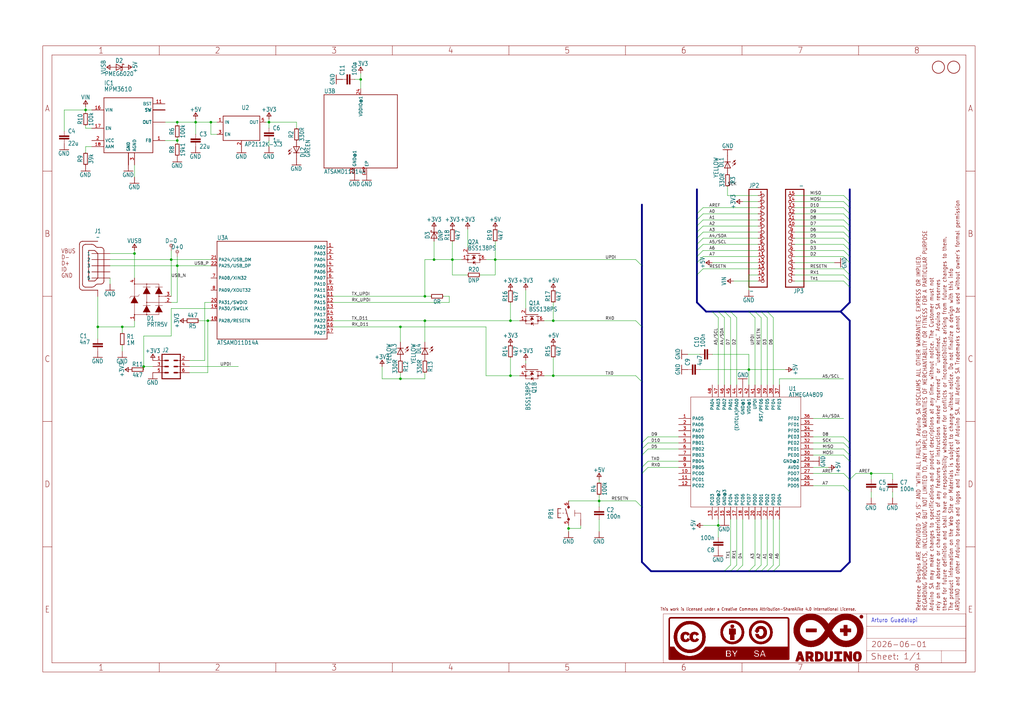
<source format=kicad_sch>
(kicad_sch (version 20231120) (generator "eeschema") (generator_version "8.0")
  (paper "User" 425.45 298.602)
  (lib_symbols
    (symbol "NANOEveryV3.0-eagle-import:+3V3" (power)
      (symbol "+3V3_1_0"
        (pin power_in line (at 0 -2.54 90) (length 2.54) (name "+3V3") (number "1"))
      )
    )
    (symbol "NANOEveryV3.0-eagle-import:+5V" (power)
      (symbol "+5V_1_0"
        (pin power_in line (at 0 -2.54 90) (length 2.54) (name "+5V") (number "1"))
      )
    )
    (symbol "NANOEveryV3.0-eagle-import:A3-FRAME"
      (symbol "A3-FRAME_1_0"
        (text "${#}/${##}" (at 357.505 5.08 0) (effects (font (size 2.54 2.54)) (justify left bottom)))
        (text "${CURRENT_DATE}" (at 344.17 10.16 0) (effects (font (size 2.286 2.286)) (justify left bottom)))
        (text "${PROJECTNAME}" (at 344.17 15.24 0) (effects (font (size 2.54 2.54)) (justify left bottom)))
        (text "1" (at 24.2094 1.905 0) (effects (font (size 2.54 2.286))))
        (text "1" (at 24.2094 258.445 0) (effects (font (size 2.54 2.286))))
        (text "2" (at 72.6281 1.905 0) (effects (font (size 2.54 2.286))))
        (text "2" (at 72.6281 258.445 0) (effects (font (size 2.54 2.286))))
        (text "3" (at 121.0469 1.905 0) (effects (font (size 2.54 2.286))))
        (text "3" (at 121.0469 258.445 0) (effects (font (size 2.54 2.286))))
        (text "4" (at 169.4656 1.905 0) (effects (font (size 2.54 2.286))))
        (text "4" (at 169.4656 258.445 0) (effects (font (size 2.54 2.286))))
        (text "5" (at 217.8844 1.905 0) (effects (font (size 2.54 2.286))))
        (text "5" (at 217.8844 258.445 0) (effects (font (size 2.54 2.286))))
        (text "6" (at 266.3031 1.905 0) (effects (font (size 2.54 2.286))))
        (text "6" (at 266.3031 258.445 0) (effects (font (size 2.54 2.286))))
        (text "7" (at 314.7219 1.905 0) (effects (font (size 2.54 2.286))))
        (text "7" (at 314.7219 258.445 0) (effects (font (size 2.54 2.286))))
        (text "8" (at 363.1406 1.905 0) (effects (font (size 2.54 2.286))))
        (text "8" (at 363.1406 258.445 0) (effects (font (size 2.54 2.286))))
        (text "A" (at 1.905 234.315 0) (effects (font (size 2.54 2.286))))
        (text "A" (at 385.445 234.315 0) (effects (font (size 2.54 2.286))))
        (text "B" (at 1.905 182.245 0) (effects (font (size 2.54 2.286))))
        (text "B" (at 385.445 182.245 0) (effects (font (size 2.54 2.286))))
        (text "C" (at 1.905 130.175 0) (effects (font (size 2.54 2.286))))
        (text "C" (at 385.445 130.175 0) (effects (font (size 2.54 2.286))))
        (text "D" (at 1.905 78.105 0) (effects (font (size 2.54 2.286))))
        (text "D" (at 385.445 78.105 0) (effects (font (size 2.54 2.286))))
        (text "E" (at 1.905 26.035 0) (effects (font (size 2.54 2.286))))
        (text "E" (at 385.445 26.035 0) (effects (font (size 2.54 2.286))))
        (text "Reference Designs ARE PROVIDED \"AS IS\" AND \"WITH ALL FAULTS. Arduino SA DISCLAIMS ALL OTHER WARRANTIES, EXPRESS OR IMPLIED,\nREGARDING PRODUCTS, INCLUDING BUT NOT LIMITED TO, ANY IMPLIED WARRANTIES OF MERCHANTABILITY OR FITNESS FOR A PARTICULAR PURPOSE\nArduino SA may make changes to specifications and product descriptions at any time, without notice. The Customer must not\nrely on the absence or characteristics of any features or instructions marked \"reserved\" or \"undefined.\" Arduino SA reserves\nthese for future definition and shall have no responsibility whatsoever for conflicts or incompatibilities arising from future changes to them.\nThe product information on the Web Site or Materials is subject to change without notice. Do not finalize a design with this info\nARDUINO and other Arduino brands and logos and Trademarks of Arduino SA. All Arduino SA Trademarks cannot be used without owner's formal permission" (at 381 25.4 900) (effects (font (size 1.6764 1.4249)) (justify left bottom)))
        (text "Sheet:" (at 343.916 4.953 0) (effects (font (size 2.54 2.54)) (justify left bottom)))
        (text "This work is licensed under a Creative Commons Attribution-ShareAlike 4.0 International License." (at 256.54 25.4 0) (effects (font (size 1.27 1.0795)) (justify left bottom)))
      )
    )
    (symbol "NANOEveryV3.0-eagle-import:AP2112K-3.3"
      (property "Reference" "U" (at 0 7.62 0))
      (symbol "AP2112K-3.3_1_0"
        (pin power_in line (at -10.16 2.54 0) (length 2.54) (name "IN") (number "1"))
        (pin power_in line (at 0 -7.62 90) (length 2.54) (name "GND/ADJ") (number "2"))
        (pin input line (at -10.16 -2.54 0) (length 2.54) (name "EN") (number "3"))
        (pin power_in line (at 10.16 2.54 180) (length 2.54) (name "OUT") (number "5"))
      )
    )
    (symbol "NANOEveryV3.0-eagle-import:ATMEGA4809"
      (property "Reference" "U" (at 17.78 25.4 0))
      (symbol "ATMEGA4809_1_0"
        (pin bidirectional line (at -27.94 13.97 0) (length 5.08) (name "PA05") (number "1"))
        (pin bidirectional line (at -27.94 -8.89 0) (length 5.08) (name "PC00") (number "10"))
        (pin bidirectional line (at -27.94 -11.43 0) (length 5.08) (name "PC01") (number "11"))
        (pin bidirectional line (at -27.94 -13.97 0) (length 5.08) (name "PC02") (number "12"))
        (pin bidirectional line (at -13.97 -27.94 90) (length 5.08) (name "PC03") (number "13"))
        (pin bidirectional line (at -11.43 -27.94 90) (length 5.08) (name "VDD@2") (number "14"))
        (pin bidirectional line (at -8.89 -27.94 90) (length 5.08) (name "GND@3") (number "15"))
        (pin bidirectional line (at -6.35 -27.94 90) (length 5.08) (name "PC04") (number "16"))
        (pin bidirectional line (at -3.81 -27.94 90) (length 5.08) (name "PC05") (number "17"))
        (pin bidirectional line (at -1.27 -27.94 90) (length 5.08) (name "PC06") (number "18"))
        (pin bidirectional line (at 1.27 -27.94 90) (length 5.08) (name "PC07") (number "19"))
        (pin bidirectional line (at -27.94 11.43 0) (length 5.08) (name "PA06") (number "2"))
        (pin bidirectional line (at 3.81 -27.94 90) (length 5.08) (name "PD00") (number "20"))
        (pin bidirectional line (at 6.35 -27.94 90) (length 5.08) (name "PD01") (number "21"))
        (pin bidirectional line (at 8.89 -27.94 90) (length 5.08) (name "PD02") (number "22"))
        (pin bidirectional line (at 11.43 -27.94 90) (length 5.08) (name "PD03") (number "23"))
        (pin bidirectional line (at 13.97 -27.94 90) (length 5.08) (name "PD04") (number "24"))
        (pin bidirectional line (at 27.94 -13.97 180) (length 5.08) (name "PD05") (number "25"))
        (pin bidirectional line (at 27.94 -11.43 180) (length 5.08) (name "PD06") (number "26"))
        (pin bidirectional line (at 27.94 -8.89 180) (length 5.08) (name "PD07") (number "27"))
        (pin bidirectional line (at 27.94 -6.35 180) (length 5.08) (name "AVDD") (number "28"))
        (pin bidirectional line (at 27.94 -3.81 180) (length 5.08) (name "GND@2") (number "29"))
        (pin bidirectional line (at -27.94 8.89 0) (length 5.08) (name "PA07") (number "3"))
        (pin bidirectional line (at 27.94 -1.27 180) (length 5.08) (name "PE00") (number "30"))
        (pin bidirectional line (at 27.94 1.27 180) (length 5.08) (name "PE01") (number "31"))
        (pin bidirectional line (at 27.94 3.81 180) (length 5.08) (name "PE02") (number "32"))
        (pin bidirectional line (at 27.94 6.35 180) (length 5.08) (name "PE03") (number "33"))
        (pin bidirectional line (at 27.94 8.89 180) (length 5.08) (name "PF00") (number "34"))
        (pin bidirectional line (at 27.94 11.43 180) (length 5.08) (name "PF01") (number "35"))
        (pin bidirectional line (at 27.94 13.97 180) (length 5.08) (name "PF02") (number "36"))
        (pin bidirectional line (at 13.97 27.94 270) (length 5.08) (name "PF03") (number "37"))
        (pin bidirectional line (at 11.43 27.94 270) (length 5.08) (name "PF04") (number "38"))
        (pin bidirectional line (at 8.89 27.94 270) (length 5.08) (name "PF05") (number "39"))
        (pin bidirectional line (at -27.94 6.35 0) (length 5.08) (name "PB00") (number "4"))
        (pin bidirectional line (at 6.35 27.94 270) (length 5.08) (name "RST/PF06") (number "40"))
        (pin bidirectional line (at 3.81 27.94 270) (length 5.08) (name "UPDI") (number "41"))
        (pin bidirectional line (at 1.27 27.94 270) (length 5.08) (name "VDD@1") (number "42"))
        (pin bidirectional line (at -1.27 27.94 270) (length 5.08) (name "GND@1") (number "43"))
        (pin bidirectional line (at -3.81 27.94 270) (length 5.08) (name "(EXTCLK)PA00") (number "44"))
        (pin bidirectional line (at -6.35 27.94 270) (length 5.08) (name "PA01") (number "45"))
        (pin bidirectional line (at -8.89 27.94 270) (length 5.08) (name "PA02") (number "46"))
        (pin bidirectional line (at -11.43 27.94 270) (length 5.08) (name "PA03") (number "47"))
        (pin bidirectional line (at -13.97 27.94 270) (length 5.08) (name "PA04") (number "48"))
        (pin bidirectional line (at -27.94 3.81 0) (length 5.08) (name "PB01") (number "5"))
        (pin bidirectional line (at -27.94 1.27 0) (length 5.08) (name "PB02") (number "6"))
        (pin bidirectional line (at -27.94 -1.27 0) (length 5.08) (name "PB03") (number "7"))
        (pin bidirectional line (at -27.94 -3.81 0) (length 5.08) (name "PB04") (number "8"))
        (pin bidirectional line (at -27.94 -6.35 0) (length 5.08) (name "PB05") (number "9"))
      )
    )
    (symbol "NANOEveryV3.0-eagle-import:ATSAMD11D14"
      (property "Reference" "U" (at -15.24 15.748 0))
      (symbol "ATSAMD11D14_1_0"
        (pin bidirectional line (at 25.4 17.78 180) (length 2.54) (name "PA02") (number "1"))
        (pin bidirectional line (at 25.4 0 180) (length 2.54) (name "PA11") (number "10"))
        (pin bidirectional line (at 25.4 -2.54 180) (length 2.54) (name "PA14") (number "11"))
        (pin bidirectional line (at 25.4 -5.08 180) (length 2.54) (name "PA15") (number "12"))
        (pin bidirectional line (at 25.4 -7.62 180) (length 2.54) (name "PA16") (number "13"))
        (pin bidirectional line (at 25.4 -10.16 180) (length 2.54) (name "PA17") (number "14"))
        (pin bidirectional line (at 25.4 -12.7 180) (length 2.54) (name "PA22") (number "15"))
        (pin bidirectional line (at 25.4 -15.24 180) (length 2.54) (name "PA23") (number "16"))
        (pin bidirectional line (at 25.4 -17.78 180) (length 2.54) (name "PA27") (number "17"))
        (pin bidirectional line (at -25.4 -12.7 0) (length 2.54) (name "PA28/RESETN") (number "18"))
        (pin bidirectional line (at -25.4 -7.62 0) (length 2.54) (name "PA30/SWCLK") (number "19"))
        (pin bidirectional line (at 25.4 15.24 180) (length 2.54) (name "PA03") (number "2"))
        (pin bidirectional line (at -25.4 -5.08 0) (length 2.54) (name "PA31/SWDIO") (number "20"))
        (pin bidirectional line (at -25.4 12.7 0) (length 2.54) (name "PA24/USB_DM") (number "21"))
        (pin bidirectional line (at -25.4 10.16 0) (length 2.54) (name "PA25/USB_DP") (number "22"))
        (pin bidirectional line (at 25.4 12.7 180) (length 2.54) (name "PA04") (number "3"))
        (pin bidirectional line (at 25.4 10.16 180) (length 2.54) (name "PA05") (number "4"))
        (pin bidirectional line (at 25.4 7.62 180) (length 2.54) (name "PA06") (number "5"))
        (pin bidirectional line (at 25.4 5.08 180) (length 2.54) (name "PA07") (number "6"))
        (pin bidirectional line (at -25.4 5.08 0) (length 2.54) (name "PA08/XIN32") (number "7"))
        (pin bidirectional line (at -25.4 0 0) (length 2.54) (name "PA09/XOUT32") (number "8"))
        (pin bidirectional line (at 25.4 2.54 180) (length 2.54) (name "PA10") (number "9"))
      )
      (symbol "ATSAMD11D14_2_0"
        (pin power_in line (at -2.54 -17.78 90) (length 2.54) (name "GND@1") (number "23"))
        (pin power_in line (at 0 17.78 270) (length 2.54) (name "VDDIO@1") (number "24"))
        (pin power_in line (at 2.54 -17.78 90) (length 2.54) (name "EP") (number "EXP"))
      )
    )
    (symbol "NANOEveryV3.0-eagle-import:Arduino-supply_GND" (power)
      (symbol "Arduino-supply_GND_1_0"
        (pin power_in line (at 0 2.54 270) (length 2.54) (name "GND") (number "1"))
      )
    )
    (symbol "NANOEveryV3.0-eagle-import:BSS138PS"
      (property "Reference" "Q" (at 2.54 0 0))
      (symbol "BSS138PS_1_0"
        (pin passive line (at 0 -5.08 90) (length 2.54) (name "S") (number "1"))
        (pin passive line (at -5.08 -2.54 0) (length 2.54) (name "G") (number "2"))
        (pin passive line (at 0 5.08 270) (length 2.54) (name "D") (number "6"))
      )
      (symbol "BSS138PS_2_0"
        (pin passive line (at 0 5.08 270) (length 2.54) (name "D") (number "3"))
        (pin passive line (at 0 -5.08 90) (length 2.54) (name "S") (number "4"))
        (pin passive line (at -5.08 -2.54 0) (length 2.54) (name "G") (number "5"))
      )
    )
    (symbol "NANOEveryV3.0-eagle-import:C-0402"
      (property "Reference" "C" (at 1.524 1.651 0))
      (symbol "C-0402_1_0"
        (pin passive line (at 0 2.54 270) (length 0) (name "1") (number "1"))
        (pin passive line (at 0 -2.54 90) (length 0) (name "2") (number "2"))
      )
    )
    (symbol "NANOEveryV3.0-eagle-import:C-0805"
      (property "Reference" "C" (at 1.524 1.651 0))
      (symbol "C-0805_1_0"
        (pin passive line (at 0 2.54 270) (length 0) (name "1") (number "1"))
        (pin passive line (at 0 -2.54 90) (length 0) (name "2") (number "2"))
      )
    )
    (symbol "NANOEveryV3.0-eagle-import:FIDUCIAL-1.5MM")
    (symbol "NANOEveryV3.0-eagle-import:GND" (power)
      (symbol "GND_1_0"
        (pin power_in line (at 0 2.54 270) (length 2.54) (name "GND") (number "1"))
      )
    )
    (symbol "NANOEveryV3.0-eagle-import:LED-0603"
      (property "Reference" "DL" (at 3.556 -4.572 90))
      (symbol "LED-0603_1_0"
        (pin passive line (at 0 2.54 270) (length 2.54) (name "A") (number "A"))
        (pin passive line (at 0 -5.08 90) (length 2.54) (name "C") (number "C"))
      )
    )
    (symbol "NANOEveryV3.0-eagle-import:MPM3610"
      (property "Reference" "IC" (at -10.16 15.24 0))
      (symbol "MPM3610_1_0"
        (pin bidirectional line (at 15.24 -7.62 180) (length 5.08) (name "FB") (number "1"))
        (pin bidirectional line (at 15.24 7.62 180) (length 5.08) (name "BST") (number "11"))
        (pin bidirectional line (at 0 -17.78 90) (length 5.08) (name "GND") (number "12"))
        (pin bidirectional line (at 0 -17.78 90) (length 5.08) (name "GND") (number "13"))
        (pin bidirectional line (at 0 -17.78 90) (length 5.08) (name "GND") (number "14"))
        (pin bidirectional line (at -15.24 5.08 0) (length 5.08) (name "VIN") (number "16"))
        (pin bidirectional line (at -15.24 -2.54 0) (length 5.08) (name "EN") (number "17"))
        (pin bidirectional line (at -15.24 -10.16 0) (length 5.08) (name "AAM") (number "18"))
        (pin bidirectional line (at 15.24 5.08 180) (length 5.08) (name "SW") (number "19"))
        (pin bidirectional line (at -15.24 -7.62 0) (length 5.08) (name "VCC") (number "2"))
        (pin bidirectional line (at 15.24 0 180) (length 5.08) (name "OUT") (number "20"))
        (pin bidirectional line (at 2.54 -17.78 90) (length 5.08) (name "AGND") (number "3"))
        (pin bidirectional line (at 15.24 5.08 180) (length 5.08) (name "SW") (number "4"))
        (pin bidirectional line (at 15.24 5.08 180) (length 5.08) (name "SW") (number "5"))
        (pin bidirectional line (at 15.24 5.08 180) (length 5.08) (name "SW") (number "6"))
        (pin bidirectional line (at 15.24 0 180) (length 5.08) (name "OUT") (number "7"))
        (pin bidirectional line (at 15.24 0 180) (length 5.08) (name "OUT") (number "8"))
        (pin bidirectional line (at 15.24 0 180) (length 5.08) (name "OUT") (number "9"))
      )
    )
    (symbol "NANOEveryV3.0-eagle-import:PINHD-1X15-CASTELLATED"
      (property "Reference" "JP" (at -6.35 20.955 0))
      (symbol "PINHD-1X15-CASTELLATED_1_0"
        (pin passive inverted (at -2.54 17.78 0) (length 2.54) (name "1") (number "1"))
        (pin passive inverted (at -2.54 -5.08 0) (length 2.54) (name "10") (number "10"))
        (pin passive inverted (at -2.54 -7.62 0) (length 2.54) (name "11") (number "11"))
        (pin passive inverted (at -2.54 -10.16 0) (length 2.54) (name "12") (number "12"))
        (pin passive inverted (at -2.54 -12.7 0) (length 2.54) (name "13") (number "13"))
        (pin passive inverted (at -2.54 -15.24 0) (length 2.54) (name "14") (number "14"))
        (pin passive inverted (at -2.54 -17.78 0) (length 2.54) (name "15") (number "15"))
        (pin passive inverted (at -2.54 15.24 0) (length 2.54) (name "2") (number "2"))
        (pin passive inverted (at -2.54 12.7 0) (length 2.54) (name "3") (number "3"))
        (pin passive inverted (at -2.54 10.16 0) (length 2.54) (name "4") (number "4"))
        (pin passive inverted (at -2.54 7.62 0) (length 2.54) (name "5") (number "5"))
        (pin passive inverted (at -2.54 5.08 0) (length 2.54) (name "6") (number "6"))
        (pin passive inverted (at -2.54 2.54 0) (length 2.54) (name "7") (number "7"))
        (pin passive inverted (at -2.54 0 0) (length 2.54) (name "8") (number "8"))
        (pin passive inverted (at -2.54 -2.54 0) (length 2.54) (name "9") (number "9"))
      )
    )
    (symbol "NANOEveryV3.0-eagle-import:PINHD-2X03-SMTP"
      (property "Reference" "J" (at -3.81 5.842 0))
      (symbol "PINHD-2X03-SMTP_1_0"
        (pin passive line (at -7.62 2.54 0) (length 5.08) (name "1") (number "1"))
        (pin passive line (at 7.62 2.54 180) (length 5.08) (name "2") (number "2"))
        (pin passive line (at -7.62 0 0) (length 5.08) (name "3") (number "3"))
        (pin passive line (at 7.62 0 180) (length 5.08) (name "4") (number "4"))
        (pin passive line (at -7.62 -2.54 0) (length 5.08) (name "5") (number "5"))
        (pin passive line (at 7.62 -2.54 180) (length 5.08) (name "6") (number "6"))
      )
    )
    (symbol "NANOEveryV3.0-eagle-import:PMEG6020AELRX"
      (property "Reference" "D" (at 0 1.778 0))
      (symbol "PMEG6020AELRX_1_0"
        (pin passive line (at -2.54 0 0) (length 2.54) (name "A") (number "A"))
        (pin passive line (at 2.54 0 180) (length 2.54) (name "C") (number "C"))
      )
    )
    (symbol "NANOEveryV3.0-eagle-import:PRTR5V0U2X,215"
      (property "Reference" "D" (at -2.54 6.096 0))
      (symbol "PRTR5V0U2X,215_1_0"
        (pin passive line (at -5.08 -10.16 90) (length 2.54) (name "1") (number "1"))
        (pin passive line (at 10.16 -2.54 180) (length 2.54) (name "2") (number "2"))
        (pin passive line (at 10.16 0 180) (length 2.54) (name "3") (number "3"))
        (pin passive line (at -5.08 7.62 270) (length 2.54) (name "4") (number "4"))
      )
    )
    (symbol "NANOEveryV3.0-eagle-import:R-0402"
      (property "Reference" "R" (at 0 1.27 0))
      (symbol "R-0402_1_0"
        (pin passive line (at -2.54 0 0) (length 0) (name "1") (number "1"))
        (pin passive line (at 2.54 0 180) (length 0) (name "2") (number "2"))
      )
    )
    (symbol "NANOEveryV3.0-eagle-import:TACTILE1PTS820-NH"
      (property "Reference" "PB" (at -6.35 -2.54 90))
      (symbol "TACTILE1PTS820-NH_1_0"
        (pin power_in line (at 5.08 -5.08 90) (length 2.54) (name "3") (number "1"))
        (pin power_in line (at 5.08 -5.08 90) (length 2.54) (name "3") (number "2"))
        (pin power_in line (at 5.08 -5.08 90) (length 2.54) (name "3") (number "3"))
        (pin power_in line (at 5.08 -5.08 90) (length 2.54) (name "3") (number "4"))
        (pin passive line (at 0 -5.08 90) (length 2.54) (name "1") (number "5"))
        (pin passive line (at 0 5.08 270) (length 2.54) (name "2") (number "6"))
      )
    )
    (symbol "NANOEveryV3.0-eagle-import:TPTP-1.00MM"
      (property "Reference" "TP" (at 0 0.508 0))
      (symbol "TPTP-1.00MM_1_0"
        (pin passive line (at 0 -2.54 90) (length 0) (name "P$1") (number "X"))
      )
    )
    (symbol "NANOEveryV3.0-eagle-import:USB-MICRO"
      (property "Reference" "J" (at -2.54 10.922 0))
      (symbol "USB-MICRO_1_0"
        (text "D+" (at -12.7 0 0) (effects (font (size 1.778 1.5113)) (justify left bottom)))
        (text "D-" (at -12.7 2.54 0) (effects (font (size 1.778 1.5113)) (justify left bottom)))
        (text "GND" (at -12.7 -5.08 0) (effects (font (size 1.778 1.5113)) (justify left bottom)))
        (text "ID" (at -12.7 -2.54 0) (effects (font (size 1.778 1.5113)) (justify left bottom)))
        (text "VBUS" (at -12.7 5.08 0) (effects (font (size 1.778 1.5113)) (justify left bottom)))
        (pin passive line (at 7.62 5.08 180) (length 7.62) (name "1") (number "1"))
        (pin passive line (at 2.54 -12.7 90) (length 2.54) (name "SH") (number "10"))
        (pin passive line (at 2.54 -12.7 90) (length 2.54) (name "SH") (number "11"))
        (pin passive line (at 7.62 2.54 180) (length 7.62) (name "2") (number "2"))
        (pin passive line (at 7.62 0 180) (length 7.62) (name "3") (number "3"))
        (pin passive line (at 7.62 -2.54 180) (length 7.62) (name "4") (number "4"))
        (pin passive line (at 7.62 -5.08 180) (length 7.62) (name "5") (number "5"))
        (pin passive line (at 2.54 -12.7 90) (length 2.54) (name "SH") (number "6"))
        (pin passive line (at 2.54 -12.7 90) (length 2.54) (name "SH") (number "7"))
        (pin passive line (at 2.54 -12.7 90) (length 2.54) (name "SH") (number "8"))
        (pin passive line (at 2.54 -12.7 90) (length 2.54) (name "SH") (number "9"))
      )
    )
    (symbol "NANOEveryV3.0-eagle-import:VIN" (power)
      (symbol "VIN_1_0"
        (pin power_in line (at 0 -2.54 90) (length 2.54) (name "VIN") (number "1"))
      )
    )
    (symbol "NANOEveryV3.0-eagle-import:VUSB" (power)
      (symbol "VUSB_1_0"
        (pin power_in line (at 0 -2.54 90) (length 2.54) (name "VUSB") (number "1"))
      )
    )
  )
  (junction (at 86.36 133.35))
  (junction (at 361.95 196.85))
  (junction (at 176.53 133.35))
  (junction (at 229.87 133.35))
  (junction (at 55.88 105.41))
  (junction (at 187.96 107.95))
  (junction (at 166.37 157.48))
  (junction (at 50.8 135.89))
  (junction (at 229.87 156.21))
  (junction (at 298.45 218.44))
  (junction (at 87.63 50.8))
  (junction (at 176.53 123.19))
  (junction (at 73.66 110.49))
  (junction (at 73.66 58.42))
  (junction (at 180.34 107.95))
  (junction (at 311.15 153.67))
  (junction (at 236.22 219.71))
  (junction (at 205.74 107.95))
  (junction (at 166.37 135.89))
  (junction (at 59.69 152.4))
  (junction (at 73.66 50.8))
  (junction (at 71.12 107.95))
  (junction (at 35.56 45.72))
  (junction (at 81.28 50.8))
  (junction (at 248.92 208.28))
  (junction (at 40.64 135.89))
  (junction (at 212.09 156.21))
  (junction (at 111.76 50.8))
  (junction (at 212.09 133.35))
  (junction (at 149.86 33.02))
  (bus_entry (at 292.1 88.9) (size -2.54 2.54))
  (bus_entry (at 264.16 208.28) (size 2.54 2.54))
  (bus_entry (at 350.52 99.06) (size 2.54 2.54))
  (bus_entry (at 350.52 184.15) (size 2.54 2.54))
  (bus_entry (at 350.52 88.9) (size 2.54 2.54))
  (bus_entry (at 292.1 91.44) (size -2.54 2.54))
  (bus_entry (at 264.16 156.21) (size 2.54 2.54))
  (bus_entry (at 350.52 96.52) (size 2.54 2.54))
  (bus_entry (at 269.24 194.31) (size -2.54 2.54))
  (bus_entry (at 318.77 132.08) (size -2.54 -2.54))
  (bus_entry (at 292.1 86.36) (size -2.54 2.54))
  (bus_entry (at 321.31 234.95) (size -2.54 2.54))
  (bus_entry (at 316.23 132.08) (size -2.54 -2.54))
  (bus_entry (at 350.52 81.28) (size 2.54 2.54))
  (bus_entry (at 350.52 101.6) (size 2.54 2.54))
  (bus_entry (at 350.52 201.93) (size 2.54 2.54))
  (bus_entry (at 350.52 186.69) (size 2.54 2.54))
  (bus_entry (at 321.31 132.08) (size -2.54 -2.54))
  (bus_entry (at 350.52 104.14) (size 2.54 2.54))
  (bus_entry (at 350.52 116.84) (size 2.54 2.54))
  (bus_entry (at 292.1 96.52) (size -2.54 2.54))
  (bus_entry (at 318.77 234.95) (size -2.54 2.54))
  (bus_entry (at 350.52 189.23) (size 2.54 2.54))
  (bus_entry (at 306.07 234.95) (size -2.54 2.54))
  (bus_entry (at 269.24 181.61) (size -2.54 2.54))
  (bus_entry (at 298.45 132.08) (size -2.54 -2.54))
  (bus_entry (at 306.07 132.08) (size -2.54 -2.54))
  (bus_entry (at 308.61 234.95) (size -2.54 2.54))
  (bus_entry (at 264.16 107.95) (size 2.54 2.54))
  (bus_entry (at 303.53 132.08) (size -2.54 -2.54))
  (bus_entry (at 292.1 104.14) (size -2.54 2.54))
  (bus_entry (at 350.52 196.85) (size 2.54 2.54))
  (bus_entry (at 323.85 234.95) (size -2.54 2.54))
  (bus_entry (at 303.53 234.95) (size -2.54 2.54))
  (bus_entry (at 350.52 83.82) (size 2.54 2.54))
  (bus_entry (at 269.24 184.15) (size -2.54 2.54))
  (bus_entry (at 355.6 196.85) (size -2.54 2.54))
  (bus_entry (at 313.69 132.08) (size -2.54 -2.54))
  (bus_entry (at 350.52 86.36) (size 2.54 2.54))
  (bus_entry (at 350.52 114.3) (size 2.54 2.54))
  (bus_entry (at 264.16 133.35) (size 2.54 2.54))
  (bus_entry (at 300.99 132.08) (size -2.54 -2.54))
  (bus_entry (at 350.52 93.98) (size 2.54 2.54))
  (bus_entry (at 316.23 234.95) (size -2.54 2.54))
  (bus_entry (at 350.52 111.76) (size 2.54 2.54))
  (bus_entry (at 350.52 181.61) (size 2.54 2.54))
  (bus_entry (at 269.24 186.69) (size -2.54 2.54))
  (bus_entry (at 292.1 106.68) (size -2.54 2.54))
  (bus_entry (at 313.69 234.95) (size -2.54 2.54))
  (bus_entry (at 292.1 111.76) (size -2.54 2.54))
  (bus_entry (at 269.24 191.77) (size -2.54 2.54))
  (bus_entry (at 292.1 99.06) (size -2.54 2.54))
  (bus_entry (at 350.52 91.44) (size 2.54 2.54))
  (bus_entry (at 292.1 93.98) (size -2.54 2.54))
  (bus_entry (at 292.1 101.6) (size -2.54 2.54))
  (bus_entry (at 350.52 106.68) (size 2.54 2.54))
  (wire (pts (xy 68.58 58.42) (xy 73.66 58.42)) (stroke (width 0.1524)))
  (bus (pts (xy 266.7 158.75) (xy 266.7 135.89)) (stroke (width 0.762)))
  (bus (pts (xy 318.77 129.54) (xy 316.23 129.54)) (stroke (width 0.762)))
  (wire (pts (xy 73.66 58.42) (xy 73.66 57.15)) (stroke (width 0.1524)))
  (wire (pts (xy 26.67 45.72) (xy 26.67 54.61)) (stroke (width 0.1524)))
  (wire (pts (xy 71.12 125.73) (xy 73.66 125.73)) (stroke (width 0.1524)))
  (bus (pts (xy 353.06 91.44) (xy 353.06 88.9)) (stroke (width 0.762)))
  (wire (pts (xy 303.53 215.9) (xy 303.53 234.95)) (stroke (width 0.1524)))
  (wire (pts (xy 295.91 147.32) (xy 311.15 147.32)) (stroke (width 0.1524)))
  (wire (pts (xy 55.88 73.66) (xy 55.88 68.58)) (stroke (width 0.1524)))
  (wire (pts (xy 290.83 147.32) (xy 285.75 147.32)) (stroke (width 0.1524)))
  (bus (pts (xy 300.99 129.54) (xy 298.45 129.54)) (stroke (width 0.762)))
  (bus (pts (xy 313.69 237.49) (xy 316.23 237.49)) (stroke (width 0.762)))
  (wire (pts (xy 55.88 105.41) (xy 55.88 115.57)) (stroke (width 0.1524)))
  (bus (pts (xy 353.06 96.52) (xy 353.06 93.98)) (stroke (width 0.762)))
  (bus (pts (xy 289.56 109.22) (xy 289.56 106.68)) (stroke (width 0.762)))
  (wire (pts (xy 330.2 96.52) (xy 350.52 96.52)) (stroke (width 0.1524)))
  (wire (pts (xy 87.63 50.8) (xy 81.28 50.8)) (stroke (width 0.1524)))
  (bus (pts (xy 289.56 114.3) (xy 289.56 109.22)) (stroke (width 0.762)))
  (wire (pts (xy 215.9 133.35) (xy 212.09 133.35)) (stroke (width 0.1524)))
  (bus (pts (xy 289.56 125.73) (xy 289.56 114.3)) (stroke (width 0.762)))
  (wire (pts (xy 50.8 138.43) (xy 50.8 135.89)) (stroke (width 0.1524)))
  (wire (pts (xy 176.53 142.24) (xy 176.53 133.35)) (stroke (width 0.1524)))
  (wire (pts (xy 68.58 50.8) (xy 73.66 50.8)) (stroke (width 0.1524)))
  (wire (pts (xy 78.74 149.86) (xy 85.09 149.86)) (stroke (width 0.1524)))
  (wire (pts (xy 111.76 50.8) (xy 123.19 50.8)) (stroke (width 0.1524)))
  (wire (pts (xy 229.87 156.21) (xy 264.16 156.21)) (stroke (width 0.1524)))
  (wire (pts (xy 73.66 106.68) (xy 73.66 110.49)) (stroke (width 0.1524)))
  (wire (pts (xy 35.56 45.72) (xy 26.67 45.72)) (stroke (width 0.1524)))
  (wire (pts (xy 248.92 208.28) (xy 248.92 210.82)) (stroke (width 0.1524)))
  (wire (pts (xy 73.66 58.42) (xy 73.66 59.69)) (stroke (width 0.1524)))
  (wire (pts (xy 337.82 184.15) (xy 350.52 184.15)) (stroke (width 0.1524)))
  (wire (pts (xy 81.28 50.8) (xy 81.28 55.88)) (stroke (width 0.1524)))
  (wire (pts (xy 337.82 201.93) (xy 350.52 201.93)) (stroke (width 0.1524)))
  (wire (pts (xy 314.96 81.28) (xy 302.26 81.28)) (stroke (width 0.1524)))
  (wire (pts (xy 201.93 107.95) (xy 205.74 107.95)) (stroke (width 0.1524)))
  (bus (pts (xy 321.31 237.49) (xy 349.25 237.49)) (stroke (width 0.762)))
  (wire (pts (xy 73.66 50.8) (xy 73.66 52.07)) (stroke (width 0.1524)))
  (bus (pts (xy 353.06 233.68) (xy 353.06 204.47)) (stroke (width 0.762)))
  (wire (pts (xy 337.82 173.99) (xy 350.52 173.99)) (stroke (width 0.1524)))
  (bus (pts (xy 266.7 184.15) (xy 266.7 158.75)) (stroke (width 0.762)))
  (wire (pts (xy 71.12 104.14) (xy 71.12 107.95)) (stroke (width 0.1524)))
  (wire (pts (xy 158.75 157.48) (xy 158.75 152.4)) (stroke (width 0.1524)))
  (wire (pts (xy 123.19 50.8) (xy 123.19 53.34)) (stroke (width 0.1524)))
  (wire (pts (xy 361.95 199.39) (xy 361.95 196.85)) (stroke (width 0.1524)))
  (wire (pts (xy 187.96 107.95) (xy 191.77 107.95)) (stroke (width 0.1524)))
  (wire (pts (xy 314.96 86.36) (xy 292.1 86.36)) (stroke (width 0.1524)))
  (wire (pts (xy 78.74 152.4) (xy 99.06 152.4)) (stroke (width 0.1524)))
  (wire (pts (xy 55.88 135.89) (xy 55.88 133.35)) (stroke (width 0.1524)))
  (wire (pts (xy 311.15 153.67) (xy 326.39 153.67)) (stroke (width 0.1524)))
  (wire (pts (xy 205.74 114.3) (xy 199.39 114.3)) (stroke (width 0.1524)))
  (wire (pts (xy 330.2 99.06) (xy 350.52 99.06)) (stroke (width 0.1524)))
  (wire (pts (xy 292.1 218.44) (xy 298.45 218.44)) (stroke (width 0.1524)))
  (wire (pts (xy 330.2 116.84) (xy 350.52 116.84)) (stroke (width 0.1524)))
  (wire (pts (xy 313.69 160.02) (xy 313.69 132.08)) (stroke (width 0.1524)))
  (bus (pts (xy 289.56 104.14) (xy 289.56 101.6)) (stroke (width 0.762)))
  (wire (pts (xy 138.43 123.19) (xy 176.53 123.19)) (stroke (width 0.1524)))
  (wire (pts (xy 229.87 125.73) (xy 229.87 133.35)) (stroke (width 0.1524)))
  (bus (pts (xy 266.7 186.69) (xy 266.7 184.15)) (stroke (width 0.762)))
  (wire (pts (xy 248.92 200.66) (xy 248.92 199.39)) (stroke (width 0.1524)))
  (wire (pts (xy 205.74 107.95) (xy 264.16 107.95)) (stroke (width 0.1524)))
  (wire (pts (xy 330.2 104.14) (xy 350.52 104.14)) (stroke (width 0.1524)))
  (wire (pts (xy 330.2 91.44) (xy 350.52 91.44)) (stroke (width 0.1524)))
  (wire (pts (xy 321.31 215.9) (xy 321.31 234.95)) (stroke (width 0.1524)))
  (wire (pts (xy 45.72 105.41) (xy 55.88 105.41)) (stroke (width 0.1524)))
  (wire (pts (xy 176.53 123.19) (xy 176.53 107.95)) (stroke (width 0.1524)))
  (wire (pts (xy 149.86 33.02) (xy 149.86 36.83)) (stroke (width 0.1524)))
  (wire (pts (xy 316.23 215.9) (xy 316.23 234.95)) (stroke (width 0.1524)))
  (wire (pts (xy 176.53 123.19) (xy 179.07 123.19)) (stroke (width 0.1524)))
  (wire (pts (xy 330.2 88.9) (xy 350.52 88.9)) (stroke (width 0.1524)))
  (wire (pts (xy 110.49 50.8) (xy 111.76 50.8)) (stroke (width 0.1524)))
  (wire (pts (xy 248.92 208.28) (xy 264.16 208.28)) (stroke (width 0.1524)))
  (wire (pts (xy 212.09 148.59) (xy 212.09 156.21)) (stroke (width 0.1524)))
  (bus (pts (xy 349.25 129.54) (xy 353.06 125.73)) (stroke (width 0.762)))
  (wire (pts (xy 330.2 83.82) (xy 350.52 83.82)) (stroke (width 0.1524)))
  (wire (pts (xy 226.06 133.35) (xy 229.87 133.35)) (stroke (width 0.1524)))
  (wire (pts (xy 300.99 160.02) (xy 300.99 132.08)) (stroke (width 0.1524)))
  (wire (pts (xy 111.76 50.8) (xy 111.76 49.53)) (stroke (width 0.1524)))
  (wire (pts (xy 138.43 135.89) (xy 166.37 135.89)) (stroke (width 0.1524)))
  (wire (pts (xy 194.31 114.3) (xy 187.96 114.3)) (stroke (width 0.1524)))
  (wire (pts (xy 330.2 109.22) (xy 346.71 109.22)) (stroke (width 0.1524)))
  (bus (pts (xy 300.99 237.49) (xy 303.53 237.49)) (stroke (width 0.762)))
  (wire (pts (xy 308.61 215.9) (xy 308.61 234.95)) (stroke (width 0.1524)))
  (bus (pts (xy 295.91 129.54) (xy 293.37 129.54)) (stroke (width 0.762)))
  (wire (pts (xy 337.82 189.23) (xy 350.52 189.23)) (stroke (width 0.1524)))
  (bus (pts (xy 289.56 99.06) (xy 289.56 96.52)) (stroke (width 0.762)))
  (wire (pts (xy 166.37 154.94) (xy 166.37 157.48)) (stroke (width 0.1524)))
  (wire (pts (xy 35.56 46.99) (xy 35.56 45.72)) (stroke (width 0.1524)))
  (wire (pts (xy 318.77 215.9) (xy 318.77 234.95)) (stroke (width 0.1524)))
  (bus (pts (xy 353.06 191.77) (xy 353.06 189.23)) (stroke (width 0.762)))
  (wire (pts (xy 86.36 133.35) (xy 87.63 133.35)) (stroke (width 0.1524)))
  (bus (pts (xy 353.06 199.39) (xy 353.06 191.77)) (stroke (width 0.762)))
  (wire (pts (xy 201.93 135.89) (xy 201.93 156.21)) (stroke (width 0.1524)))
  (bus (pts (xy 270.51 237.49) (xy 300.99 237.49)) (stroke (width 0.762)))
  (wire (pts (xy 55.88 105.41) (xy 55.88 104.14)) (stroke (width 0.1524)))
  (wire (pts (xy 281.94 181.61) (xy 269.24 181.61)) (stroke (width 0.1524)))
  (wire (pts (xy 298.45 218.44) (xy 298.45 223.52)) (stroke (width 0.1524)))
  (wire (pts (xy 330.2 93.98) (xy 350.52 93.98)) (stroke (width 0.1524)))
  (wire (pts (xy 337.82 181.61) (xy 350.52 181.61)) (stroke (width 0.1524)))
  (wire (pts (xy 187.96 100.33) (xy 187.96 107.95)) (stroke (width 0.1524)))
  (bus (pts (xy 353.06 109.22) (xy 353.06 106.68)) (stroke (width 0.762)))
  (wire (pts (xy 314.96 96.52) (xy 292.1 96.52)) (stroke (width 0.1524)))
  (bus (pts (xy 353.06 114.3) (xy 353.06 109.22)) (stroke (width 0.762)))
  (wire (pts (xy 166.37 135.89) (xy 201.93 135.89)) (stroke (width 0.1524)))
  (wire (pts (xy 316.23 160.02) (xy 316.23 132.08)) (stroke (width 0.1524)))
  (wire (pts (xy 184.15 123.19) (xy 186.69 123.19)) (stroke (width 0.1524)))
  (wire (pts (xy 311.15 114.3) (xy 314.96 114.3)) (stroke (width 0.1524)))
  (bus (pts (xy 353.06 83.82) (xy 353.06 78.74)) (stroke (width 0.762)))
  (wire (pts (xy 370.84 207.01) (xy 370.84 204.47)) (stroke (width 0.1524)))
  (wire (pts (xy 35.56 44.45) (xy 35.56 45.72)) (stroke (width 0.1524)))
  (bus (pts (xy 353.06 101.6) (xy 353.06 99.06)) (stroke (width 0.762)))
  (wire (pts (xy 361.95 207.01) (xy 361.95 204.47)) (stroke (width 0.1524)))
  (wire (pts (xy 176.53 107.95) (xy 180.34 107.95)) (stroke (width 0.1524)))
  (wire (pts (xy 344.17 194.31) (xy 337.82 194.31)) (stroke (width 0.1524)))
  (bus (pts (xy 311.15 129.54) (xy 303.53 129.54)) (stroke (width 0.762)))
  (wire (pts (xy 59.69 153.67) (xy 59.69 152.4)) (stroke (width 0.1524)))
  (wire (pts (xy 166.37 157.48) (xy 176.53 157.48)) (stroke (width 0.1524)))
  (bus (pts (xy 266.7 189.23) (xy 266.7 186.69)) (stroke (width 0.762)))
  (wire (pts (xy 194.31 95.25) (xy 194.31 102.87)) (stroke (width 0.1524)))
  (bus (pts (xy 353.06 99.06) (xy 353.06 96.52)) (stroke (width 0.762)))
  (wire (pts (xy 50.8 135.89) (xy 55.88 135.89)) (stroke (width 0.1524)))
  (wire (pts (xy 35.56 45.72) (xy 38.1 45.72)) (stroke (width 0.1524)))
  (bus (pts (xy 266.7 194.31) (xy 266.7 189.23)) (stroke (width 0.762)))
  (wire (pts (xy 314.96 93.98) (xy 292.1 93.98)) (stroke (width 0.1524)))
  (wire (pts (xy 306.07 215.9) (xy 306.07 234.95)) (stroke (width 0.1524)))
  (bus (pts (xy 353.06 93.98) (xy 353.06 91.44)) (stroke (width 0.762)))
  (wire (pts (xy 290.83 153.67) (xy 311.15 153.67)) (stroke (width 0.1524)))
  (wire (pts (xy 314.96 109.22) (xy 295.91 109.22)) (stroke (width 0.1524)))
  (wire (pts (xy 311.15 153.67) (xy 311.15 160.02)) (stroke (width 0.1524)))
  (wire (pts (xy 281.94 191.77) (xy 269.24 191.77)) (stroke (width 0.1524)))
  (wire (pts (xy 314.96 91.44) (xy 292.1 91.44)) (stroke (width 0.1524)))
  (wire (pts (xy 73.66 50.8) (xy 81.28 50.8)) (stroke (width 0.1524)))
  (wire (pts (xy 314.96 88.9) (xy 292.1 88.9)) (stroke (width 0.1524)))
  (wire (pts (xy 38.1 60.96) (xy 35.56 60.96)) (stroke (width 0.1524)))
  (wire (pts (xy 314.96 111.76) (xy 292.1 111.76)) (stroke (width 0.1524)))
  (wire (pts (xy 314.96 101.6) (xy 292.1 101.6)) (stroke (width 0.1524)))
  (wire (pts (xy 314.96 104.14) (xy 292.1 104.14)) (stroke (width 0.1524)))
  (wire (pts (xy 218.44 149.86) (xy 218.44 151.13)) (stroke (width 0.1524)))
  (wire (pts (xy 226.06 156.21) (xy 229.87 156.21)) (stroke (width 0.1524)))
  (bus (pts (xy 289.56 106.68) (xy 289.56 104.14)) (stroke (width 0.762)))
  (wire (pts (xy 236.22 218.44) (xy 236.22 219.71)) (stroke (width 0.1524)))
  (wire (pts (xy 73.66 110.49) (xy 87.63 110.49)) (stroke (width 0.1524)))
  (wire (pts (xy 248.92 208.28) (xy 236.22 208.28)) (stroke (width 0.1524)))
  (wire (pts (xy 311.15 120.65) (xy 311.15 114.3)) (stroke (width 0.1524)))
  (wire (pts (xy 180.34 107.95) (xy 187.96 107.95)) (stroke (width 0.1524)))
  (bus (pts (xy 289.56 88.9) (xy 289.56 78.74)) (stroke (width 0.762)))
  (wire (pts (xy 176.53 133.35) (xy 138.43 133.35)) (stroke (width 0.1524)))
  (wire (pts (xy 71.12 139.7) (xy 71.12 128.27)) (stroke (width 0.1524)))
  (wire (pts (xy 149.86 30.48) (xy 149.86 33.02)) (stroke (width 0.1524)))
  (wire (pts (xy 330.2 101.6) (xy 350.52 101.6)) (stroke (width 0.1524)))
  (bus (pts (xy 353.06 106.68) (xy 353.06 104.14)) (stroke (width 0.762)))
  (wire (pts (xy 370.84 196.85) (xy 361.95 196.85)) (stroke (width 0.1524)))
  (wire (pts (xy 38.1 53.34) (xy 35.56 53.34)) (stroke (width 0.1524)))
  (bus (pts (xy 270.51 237.49) (xy 266.7 233.68)) (stroke (width 0.762)))
  (wire (pts (xy 85.09 125.73) (xy 85.09 149.86)) (stroke (width 0.1524)))
  (wire (pts (xy 212.09 156.21) (xy 215.9 156.21)) (stroke (width 0.1524)))
  (wire (pts (xy 337.82 186.69) (xy 350.52 186.69)) (stroke (width 0.1524)))
  (wire (pts (xy 337.82 196.85) (xy 350.52 196.85)) (stroke (width 0.1524)))
  (wire (pts (xy 59.69 152.4) (xy 59.69 139.7)) (stroke (width 0.1524)))
  (wire (pts (xy 50.8 146.05) (xy 50.8 143.51)) (stroke (width 0.1524)))
  (wire (pts (xy 71.12 123.19) (xy 71.12 107.95)) (stroke (width 0.1524)))
  (wire (pts (xy 306.07 160.02) (xy 306.07 132.08)) (stroke (width 0.1524)))
  (wire (pts (xy 82.55 133.35) (xy 86.36 133.35)) (stroke (width 0.1524)))
  (wire (pts (xy 87.63 125.73) (xy 85.09 125.73)) (stroke (width 0.1524)))
  (wire (pts (xy 40.64 135.89) (xy 40.64 140.97)) (stroke (width 0.1524)))
  (bus (pts (xy 306.07 237.49) (xy 311.15 237.49)) (stroke (width 0.762)))
  (wire (pts (xy 71.12 128.27) (xy 87.63 128.27)) (stroke (width 0.1524)))
  (bus (pts (xy 353.06 186.69) (xy 353.06 184.15)) (stroke (width 0.762)))
  (bus (pts (xy 289.56 93.98) (xy 289.56 91.44)) (stroke (width 0.762)))
  (wire (pts (xy 323.85 160.02) (xy 323.85 157.48)) (stroke (width 0.1524)))
  (bus (pts (xy 349.25 129.54) (xy 318.77 129.54)) (stroke (width 0.762)))
  (wire (pts (xy 308.61 83.82) (xy 314.96 83.82)) (stroke (width 0.1524)))
  (wire (pts (xy 90.17 55.88) (xy 87.63 55.88)) (stroke (width 0.1524)))
  (bus (pts (xy 349.25 237.49) (xy 353.06 233.68)) (stroke (width 0.762)))
  (wire (pts (xy 298.45 215.9) (xy 298.45 218.44)) (stroke (width 0.1524)))
  (wire (pts (xy 73.66 125.73) (xy 73.66 110.49)) (stroke (width 0.1524)))
  (wire (pts (xy 314.96 106.68) (xy 292.1 106.68)) (stroke (width 0.1524)))
  (bus (pts (xy 303.53 237.49) (xy 306.07 237.49)) (stroke (width 0.762)))
  (wire (pts (xy 180.34 100.33) (xy 180.34 107.95)) (stroke (width 0.1524)))
  (bus (pts (xy 353.06 86.36) (xy 353.06 83.82)) (stroke (width 0.762)))
  (bus (pts (xy 266.7 233.68) (xy 266.7 210.82)) (stroke (width 0.762)))
  (bus (pts (xy 266.7 110.49) (xy 266.7 85.09)) (stroke (width 0.762)))
  (wire (pts (xy 281.94 194.31) (xy 269.24 194.31)) (stroke (width 0.1524)))
  (wire (pts (xy 236.22 219.71) (xy 236.22 220.98)) (stroke (width 0.1524)))
  (wire (pts (xy 86.36 154.94) (xy 86.36 133.35)) (stroke (width 0.1524)))
  (bus (pts (xy 353.06 133.35) (xy 349.25 129.54)) (stroke (width 0.762)))
  (wire (pts (xy 45.72 107.95) (xy 71.12 107.95)) (stroke (width 0.1524)))
  (wire (pts (xy 81.28 49.53) (xy 81.28 50.8)) (stroke (width 0.1524)))
  (wire (pts (xy 229.87 148.59) (xy 229.87 156.21)) (stroke (width 0.1524)))
  (bus (pts (xy 289.56 91.44) (xy 289.56 88.9)) (stroke (width 0.762)))
  (bus (pts (xy 353.06 104.14) (xy 353.06 101.6)) (stroke (width 0.762)))
  (wire (pts (xy 63.5 152.4) (xy 59.69 152.4)) (stroke (width 0.1524)))
  (wire (pts (xy 87.63 50.8) (xy 90.17 50.8)) (stroke (width 0.1524)))
  (wire (pts (xy 330.2 114.3) (xy 350.52 114.3)) (stroke (width 0.1524)))
  (wire (pts (xy 314.96 99.06) (xy 292.1 99.06)) (stroke (width 0.1524)))
  (bus (pts (xy 313.69 129.54) (xy 311.15 129.54)) (stroke (width 0.762)))
  (wire (pts (xy 236.22 219.71) (xy 241.3 219.71)) (stroke (width 0.1524)))
  (bus (pts (xy 293.37 129.54) (xy 289.56 125.73)) (stroke (width 0.762)))
  (wire (pts (xy 78.74 154.94) (xy 86.36 154.94)) (stroke (width 0.1524)))
  (wire (pts (xy 87.63 55.88) (xy 87.63 50.8)) (stroke (width 0.1524)))
  (wire (pts (xy 323.85 215.9) (xy 323.85 234.95)) (stroke (width 0.1524)))
  (bus (pts (xy 353.06 189.23) (xy 353.06 186.69)) (stroke (width 0.762)))
  (wire (pts (xy 186.69 123.19) (xy 186.69 125.73)) (stroke (width 0.1524)))
  (wire (pts (xy 187.96 114.3) (xy 187.96 107.95)) (stroke (width 0.1524)))
  (wire (pts (xy 50.8 135.89) (xy 40.64 135.89)) (stroke (width 0.1524)))
  (wire (pts (xy 330.2 81.28) (xy 350.52 81.28)) (stroke (width 0.1524)))
  (wire (pts (xy 35.56 60.96) (xy 35.56 63.5)) (stroke (width 0.1524)))
  (wire (pts (xy 281.94 186.69) (xy 269.24 186.69)) (stroke (width 0.1524)))
  (wire (pts (xy 111.76 53.34) (xy 111.76 50.8)) (stroke (width 0.1524)))
  (bus (pts (xy 353.06 119.38) (xy 353.06 116.84)) (stroke (width 0.762)))
  (bus (pts (xy 316.23 129.54) (xy 313.69 129.54)) (stroke (width 0.762)))
  (wire (pts (xy 330.2 106.68) (xy 350.52 106.68)) (stroke (width 0.1524)))
  (wire (pts (xy 212.09 133.35) (xy 176.53 133.35)) (stroke (width 0.1524)))
  (wire (pts (xy 330.2 86.36) (xy 350.52 86.36)) (stroke (width 0.1524)))
  (wire (pts (xy 218.44 128.27) (xy 218.44 120.65)) (stroke (width 0.1524)))
  (wire (pts (xy 205.74 107.95) (xy 205.74 100.33)) (stroke (width 0.1524)))
  (bus (pts (xy 353.06 88.9) (xy 353.06 86.36)) (stroke (width 0.762)))
  (wire (pts (xy 321.31 160.02) (xy 321.31 132.08)) (stroke (width 0.1524)))
  (wire (pts (xy 147.32 33.02) (xy 149.86 33.02)) (stroke (width 0.1524)))
  (wire (pts (xy 318.77 160.02) (xy 318.77 132.08)) (stroke (width 0.1524)))
  (wire (pts (xy 45.72 110.49) (xy 73.66 110.49)) (stroke (width 0.1524)))
  (wire (pts (xy 330.2 111.76) (xy 350.52 111.76)) (stroke (width 0.1524)))
  (bus (pts (xy 353.06 184.15) (xy 353.06 133.35)) (stroke (width 0.762)))
  (wire (pts (xy 35.56 53.34) (xy 35.56 52.07)) (stroke (width 0.1524)))
  (bus (pts (xy 289.56 96.52) (xy 289.56 93.98)) (stroke (width 0.762)))
  (bus (pts (xy 266.7 196.85) (xy 266.7 194.31)) (stroke (width 0.762)))
  (wire (pts (xy 40.64 123.19) (xy 40.64 135.89)) (stroke (width 0.1524)))
  (bus (pts (xy 353.06 204.47) (xy 353.06 199.39)) (stroke (width 0.762)))
  (wire (pts (xy 323.85 157.48) (xy 350.52 157.48)) (stroke (width 0.1524)))
  (wire (pts (xy 361.95 196.85) (xy 355.6 196.85)) (stroke (width 0.1524)))
  (bus (pts (xy 318.77 237.49) (xy 321.31 237.49)) (stroke (width 0.762)))
  (wire (pts (xy 111.76 60.96) (xy 111.76 58.42)) (stroke (width 0.1524)))
  (bus (pts (xy 316.23 237.49) (xy 318.77 237.49)) (stroke (width 0.762)))
  (wire (pts (xy 201.93 156.21) (xy 212.09 156.21)) (stroke (width 0.1524)))
  (wire (pts (xy 166.37 157.48) (xy 158.75 157.48)) (stroke (width 0.1524)))
  (wire (pts (xy 303.53 160.02) (xy 303.53 132.08)) (stroke (width 0.1524)))
  (wire (pts (xy 304.8 116.84) (xy 314.96 116.84)) (stroke (width 0.1524)))
  (bus (pts (xy 266.7 135.89) (xy 266.7 110.49)) (stroke (width 0.762)))
  (wire (pts (xy 302.26 81.28) (xy 302.26 77.47)) (stroke (width 0.1524)))
  (bus (pts (xy 353.06 125.73) (xy 353.06 119.38)) (stroke (width 0.762)))
  (bus (pts (xy 311.15 237.49) (xy 313.69 237.49)) (stroke (width 0.762)))
  (wire (pts (xy 248.92 205.74) (xy 248.92 208.28)) (stroke (width 0.1524)))
  (wire (pts (xy 138.43 125.73) (xy 186.69 125.73)) (stroke (width 0.1524)))
  (wire (pts (xy 281.94 184.15) (xy 269.24 184.15)) (stroke (width 0.1524)))
  (wire (pts (xy 71.12 107.95) (xy 87.63 107.95)) (stroke (width 0.1524)))
  (wire (pts (xy 205.74 107.95) (xy 205.74 114.3)) (stroke (width 0.1524)))
  (bus (pts (xy 266.7 210.82) (xy 266.7 196.85)) (stroke (width 0.762)))
  (bus (pts (xy 298.45 129.54) (xy 295.91 129.54)) (stroke (width 0.762)))
  (wire (pts (xy 311.15 147.32) (xy 311.15 153.67)) (stroke (width 0.1524)))
  (wire (pts (xy 176.53 157.48) (xy 176.53 154.94)) (stroke (width 0.1524)))
  (wire (pts (xy 241.3 219.71) (xy 241.3 218.44)) (stroke (width 0.1524)))
  (wire (pts (xy 229.87 133.35) (xy 264.16 133.35)) (stroke (width 0.1524)))
  (bus (pts (xy 353.06 116.84) (xy 353.06 114.3)) (stroke (width 0.762)))
  (bus (pts (xy 303.53 129.54) (xy 300.99 129.54)) (stroke (width 0.762)))
  (wire (pts (xy 298.45 160.02) (xy 298.45 132.08)) (stroke (width 0.1524)))
  (wire (pts (xy 248.92 220.98) (xy 248.92 215.9)) (stroke (width 0.1524)))
  (bus (pts (xy 289.56 101.6) (xy 289.56 99.06)) (stroke (width 0.762)))
  (wire (pts (xy 212.09 125.73) (xy 212.09 133.35)) (stroke (width 0.1524)))
  (wire (pts (xy 59.69 139.7) (xy 71.12 139.7)) (stroke (width 0.1524)))
  (wire (pts (xy 313.69 215.9) (xy 313.69 234.95)) (stroke (width 0.1524)))
  (wire (pts (xy 370.84 199.39) (xy 370.84 196.85)) (stroke (width 0.1524)))
  (wire (pts (xy 166.37 142.24) (xy 166.37 135.89)) (stroke (width 0.1524)))
  (wire (pts (xy 45.72 115.57) (xy 45.72 118.11)) (stroke (width 0.1524)))
  (text "Arturo Guadalupi" (at 361.95 259.08 0) (effects (font (size 1.778 1.5113)) (justify left bottom)))
  (label "UPDI" (at 251.46 107.95 0) (effects (font (size 1.2446 1.2446))))
  (label "D9~{}" (at 336.55 88.9 0) (effects (font (size 1.2446 1.2446))))
  (label "D6~{}" (at 336.55 96.52 0) (effects (font (size 1.2446 1.2446))))
  (label "TX_UPDI" (at 146.05 123.19 0) (effects (font (size 1.2446 1.2446))))
  (label "D10~{}" (at 270.51 184.15 0) (effects (font (size 1.2446 1.2446))))
  (label "A0" (at 294.64 88.9 0) (effects (font (size 1.2446 1.2446))))
  (label "TX0" (at 251.46 156.21 0) (effects (font (size 1.2446 1.2446))))
  (label "A4/SDA" (at 300.99 143.51 90) (effects (font (size 1.2446 1.2446))))
  (label "D6~{}" (at 321.31 143.51 90) (effects (font (size 1.2446 1.2446))))
  (label "D4" (at 336.55 101.6 0) (effects (font (size 1.2446 1.2446))))
  (label "A6" (at 323.85 232.41 90) (effects (font (size 1.2446 1.2446))))
  (label "D3~{}" (at 318.77 143.51 90) (effects (font (size 1.2446 1.2446))))
  (label "SCK" (at 341.63 184.15 0) (effects (font (size 1.2446 1.2446))))
  (label "MISO" (at 336.55 81.28 0) (effects (font (size 1.2446 1.2446))))
  (label "A7" (at 341.63 201.93 0) (effects (font (size 1.2446 1.2446))))
  (label "D9~{}" (at 270.51 181.61 0) (effects (font (size 1.2446 1.2446))))
  (label "RX1" (at 306.07 232.41 90) (effects (font (size 1.2446 1.2446))))
  (label "D5~{}" (at 270.51 186.69 0) (effects (font (size 1.2446 1.2446))))
  (label "A0" (at 321.31 232.41 90) (effects (font (size 1.2446 1.2446))))
  (label "MISO" (at 341.63 186.69 0) (effects (font (size 1.2446 1.2446))))
  (label "D4" (at 308.61 232.41 90) (effects (font (size 1.2446 1.2446))))
  (label "D8" (at 336.55 91.44 0) (effects (font (size 1.2446 1.2446))))
  (label "RX0" (at 251.46 133.35 0) (effects (font (size 1.2446 1.2446))))
  (label "D2" (at 336.55 106.68 0) (effects (font (size 1.2446 1.2446))))
  (label "RESETN" (at 254 208.28 0) (effects (font (size 1.2446 1.2446))))
  (label "TX_D11" (at 146.05 133.35 0) (effects (font (size 1.2446 1.2446))))
  (label "A4/SDA" (at 294.64 99.06 0) (effects (font (size 1.2446 1.2446))))
  (label "D2" (at 306.07 143.51 90) (effects (font (size 1.2446 1.2446))))
  (label "AREF" (at 341.63 196.85 0) (effects (font (size 1.2446 1.2446))))
  (label "A3" (at 294.64 96.52 0) (effects (font (size 1.2446 1.2446))))
  (label "D7" (at 303.53 143.51 90) (effects (font (size 1.2446 1.2446))))
  (label "MOSI" (at 341.63 189.23 0) (effects (font (size 1.2446 1.2446))))
  (label "A2" (at 316.23 232.41 90) (effects (font (size 1.2446 1.2446))))
  (label "A4/SDA" (at 341.63 173.99 0) (effects (font (size 1.2446 1.2446))))
  (label "RESETN" (at 336.55 111.76 0) (effects (font (size 1.2446 1.2446))))
  (label "A7" (at 294.64 106.68 0) (effects (font (size 1.2446 1.2446))))
  (label "UPDI" (at 313.69 143.51 90) (effects (font (size 1.2446 1.2446))))
  (label "A2" (at 294.64 93.98 0) (effects (font (size 1.2446 1.2446))))
  (label "D5~{}" (at 336.55 99.06 0) (effects (font (size 1.2446 1.2446))))
  (label "A1" (at 318.77 232.41 90) (effects (font (size 1.2446 1.2446))))
  (label "RX0" (at 270.51 194.31 0) (effects (font (size 1.2446 1.2446))))
  (label "TX1" (at 336.55 116.84 0) (effects (font (size 1.2446 1.2446))))
  (label "A3" (at 313.69 232.41 90) (effects (font (size 1.2446 1.2446))))
  (label "AREF" (at 294.64 86.36 0) (effects (font (size 1.2446 1.2446))))
  (label "RESETN" (at 294.64 111.76 0) (effects (font (size 1.2446 1.2446))))
  (label "USB_N" (at 71.12 115.57 0) (effects (font (size 1.2446 1.2446))))
  (label "USB_P" (at 80.645 110.49 0) (effects (font (size 1.2446 1.2446))))
  (label "D7" (at 336.55 93.98 0) (effects (font (size 1.2446 1.2446))))
  (label "TX1" (at 303.53 232.41 90) (effects (font (size 1.2446 1.2446))))
  (label "RX1" (at 336.55 114.3 0) (effects (font (size 1.2446 1.2446))))
  (label "D3~{}" (at 336.55 104.14 0) (effects (font (size 1.2446 1.2446))))
  (label "TX0" (at 270.51 191.77 0) (effects (font (size 1.2446 1.2446))))
  (label "A1" (at 294.64 91.44 0) (effects (font (size 1.2446 1.2446))))
  (label "D10~{}" (at 336.55 86.36 0) (effects (font (size 1.2446 1.2446))))
  (label "D8" (at 341.63 181.61 0) (effects (font (size 1.2446 1.2446))))
  (label "AREF" (at 356.87 196.85 0) (effects (font (size 1.2446 1.2446))))
  (label "UPDI" (at 91.44 152.4 0) (effects (font (size 1.2446 1.2446))))
  (label "A5/SCL" (at 294.64 101.6 0) (effects (font (size 1.2446 1.2446))))
  (label "A5/SCL" (at 341.63 157.48 0) (effects (font (size 1.2446 1.2446))))
  (label "RX_D11" (at 146.05 135.89 0) (effects (font (size 1.2446 1.2446))))
  (label "RESETN" (at 316.23 143.51 90) (effects (font (size 1.2446 1.2446))))
  (label "RX_UPDI" (at 146.05 125.73 0) (effects (font (size 1.2446 1.2446))))
  (label "A6" (at 294.64 104.14 0) (effects (font (size 1.2446 1.2446))))
  (label "A5/SCL" (at 298.45 143.51 90) (effects (font (size 1.2446 1.2446))))
  (label "MOSI" (at 336.55 83.82 0) (effects (font (size 1.2446 1.2446))))
  (label "SCK" (at 302.26 77.47 0) (effects (font (size 1.2446 1.2446))))
  (symbol (lib_id "NANOEveryV3.0-eagle-import:Arduino-supply_GND") (at 283.21 153.67 270) (unit 1)
    (property "Reference" "#GND012" (effects (hide yes)))
    (property "Value" "GND" (at 280.67 151.13 0) (effects (font (size 1.778 1.5113)) (justify left bottom)))
  )
  (symbol (lib_id "NANOEveryV3.0-eagle-import:Arduino-supply_GND") (at 152.4 74.93 0) (unit 1)
    (property "Reference" "#GND027" (effects (hide yes)))
    (property "Value" "GND" (at 149.86 77.47 0) (effects (font (size 1.778 1.5113)) (justify left bottom)))
  )
  (symbol (lib_id "NANOEveryV3.0-eagle-import:C-0805") (at 40.64 143.51 0) (unit 1)
    (property "Reference" "C1" (at 33.0962 139.7 0) (effects (font (size 1.778 1.5113)) (justify left)))
    (property "Value" "4n7" (at 32.9438 142.24 0) (effects (font (size 1.778 1.5113)) (justify left)))
    (property "Footprint" "Capacitor_SMD:C_0805_2012Metric" (effects (hide yes)))
    (property "VOLTAGE" "1KV" (effects (hide yes)))
  )
  (symbol (lib_id "NANOEveryV3.0-eagle-import:R-0402") (at 187.96 97.79 90) (unit 1)
    (property "Reference" "R18" (at 186.69 97.79 0) (effects (font (size 1.778 1.5113)) (justify bottom)))
    (property "Value" "4k7" (at 189.23 97.79 0) (effects (font (size 1.778 1.5113)) (justify top)))
    (property "Footprint" "NANOEveryV3.0:0402-1005X55N" (effects (hide yes)))
  )
  (symbol (lib_id "NANOEveryV3.0-eagle-import:Arduino-supply_GND") (at 236.22 223.52 0) (unit 1)
    (property "Reference" "#GND017" (effects (hide yes)))
    (property "Value" "GND" (at 233.68 226.06 0) (effects (font (size 1.778 1.5113)) (justify left bottom)))
  )
  (symbol (lib_id "NANOEveryV3.0-eagle-import:+5V") (at 229.87 140.97 0) (unit 1)
    (property "Reference" "#P+09" (effects (hide yes)))
    (property "Value" "+5V" (at 229.87 140.462 0) (effects (font (size 1.778 1.5113)) (justify bottom)))
  )
  (symbol (lib_id "NANOEveryV3.0-eagle-import:R-0402") (at 229.87 146.05 90) (unit 1)
    (property "Reference" "R15" (at 228.6 146.05 0) (effects (font (size 1.778 1.5113)) (justify bottom)))
    (property "Value" "4k7" (at 231.14 146.05 0) (effects (font (size 1.778 1.5113)) (justify top)))
    (property "Footprint" "NANOEveryV3.0:0402-1005X55N" (effects (hide yes)))
  )
  (symbol (lib_id "NANOEveryV3.0-eagle-import:+3V3") (at 218.44 147.32 0) (unit 1)
    (property "Reference" "#+3V06" (effects (hide yes)))
    (property "Value" "+3V3" (at 218.44 146.812 0) (effects (font (size 1.778 1.5113)) (justify bottom)))
  )
  (symbol (lib_id "NANOEveryV3.0-eagle-import:C-0402") (at 144.78 33.02 90) (unit 1)
    (property "Reference" "C11" (at 143.129 31.496 0) (effects (font (size 1.778 1.5113)) (justify left bottom)))
    (property "Value" "100n" (at 148.209 31.496 0) (effects (font (size 1.778 1.5113)) (justify left bottom)))
    (property "Footprint" "Capacitor_SMD:C_0402_1005Metric" (effects (hide yes)))
  )
  (symbol (lib_id "NANOEveryV3.0-eagle-import:+3V3") (at 194.31 92.71 0) (unit 1)
    (property "Reference" "#+3V014" (effects (hide yes)))
    (property "Value" "+3V3" (at 194.31 92.202 0) (effects (font (size 1.778 1.5113)) (justify bottom)))
  )
  (symbol (lib_id "NANOEveryV3.0-eagle-import:ATSAMD11D14") (at 113.03 120.65 0) (unit 1)
    (property "Reference" "U3" (at 90.17 99.822 0) (effects (font (size 1.778 1.5113)) (justify left bottom)))
    (property "Value" "ATSAMD11D14A" (at 90.17 141.478 0) (effects (font (size 1.778 1.5113)) (justify left top)))
    (property "Footprint" "ATSAMD11D14A:SOIC20_12P8X7P5_MCH" (effects (hide yes)))
  )
  (symbol (lib_id "NANOEveryV3.0-eagle-import:Arduino-supply_GND") (at 340.36 191.77 90) (unit 1)
    (property "Reference" "#GND01" (effects (hide yes)))
    (property "Value" "GND" (at 342.9 194.31 0) (effects (font (size 1.778 1.5113)) (justify left bottom)))
  )
  (symbol (lib_id "NANOEveryV3.0-eagle-import:Arduino-supply_GND") (at 361.95 209.55 0) (unit 1)
    (property "Reference" "#GND07" (effects (hide yes)))
    (property "Value" "GND" (at 359.41 212.09 0) (effects (font (size 1.778 1.5113)) (justify left bottom)))
  )
  (symbol (lib_id "NANOEveryV3.0-eagle-import:+5V") (at 81.28 46.99 0) (unit 1)
    (property "Reference" "#P+01" (effects (hide yes)))
    (property "Value" "+5V" (at 81.28 46.482 0) (effects (font (size 1.778 1.5113)) (justify bottom)))
  )
  (symbol (lib_id "NANOEveryV3.0-eagle-import:Arduino-supply_GND") (at 283.21 147.32 270) (unit 1)
    (property "Reference" "#GND021" (effects (hide yes)))
    (property "Value" "GND" (at 280.67 144.78 0) (effects (font (size 1.778 1.5113)) (justify left bottom)))
  )
  (symbol (lib_id "NANOEveryV3.0-eagle-import:ATMEGA4809") (at 309.88 187.96 0) (unit 1)
    (property "Reference" "U1" (at 327.66 162.56 0) (effects (font (size 1.778 1.5113)) (justify left bottom)))
    (property "Value" "ATMEGA4809" (at 327.66 165.1 0) (effects (font (size 1.778 1.5113)) (justify left bottom)))
    (property "Footprint" "Atmega4809:TQFP48_7x7MC_MCH" (effects (hide yes)))
  )
  (symbol (lib_id "NANOEveryV3.0-eagle-import:Arduino-supply_GND") (at 123.19 68.58 0) (unit 1)
    (property "Reference" "#GND014" (effects (hide yes)))
    (property "Value" "GND" (at 120.65 71.12 0) (effects (font (size 1.778 1.5113)) (justify left bottom)))
  )
  (symbol (lib_id "NANOEveryV3.0-eagle-import:C-0402") (at 248.92 213.36 0) (unit 1)
    (property "Reference" "C2" (at 251.968 212.979 0) (effects (font (size 1.778 1.5113)) (justify left bottom)))
    (property "Value" "100n" (at 251.968 213.741 0) (effects (font (size 1.778 1.5113)) (justify left top)))
    (property "Footprint" "Capacitor_SMD:C_0402_1005Metric" (effects (hide yes)))
  )
  (symbol (lib_id "NANOEveryV3.0-eagle-import:C-0402") (at 370.84 201.93 0) (unit 1)
    (property "Reference" "C7" (at 373.888 201.549 0) (effects (font (size 1.778 1.5113)) (justify left bottom)))
    (property "Value" "100n" (at 373.888 202.311 0) (effects (font (size 1.778 1.5113)) (justify left top)))
    (property "Footprint" "Capacitor_SMD:C_0402_1005Metric" (effects (hide yes)))
  )
  (symbol (lib_id "NANOEveryV3.0-eagle-import:USB-MICRO") (at 38.1 110.49 0) (unit 1)
    (property "Reference" "J1" (at 40.64 97.028 0) (effects (font (size 1.778 1.5113)) (justify bottom)))
    (property "Value" "-" (at 40.64 99.314 0) (effects (justify bottom)))
    (property "Footprint" "NANOEveryV3.0:ZX62-AB-5PA" (effects (hide yes)))
  )
  (symbol (lib_id "NANOEveryV3.0-eagle-import:FIDUCIAL-1.5MM") (at 396.24 27.94 0) (unit 1)
    (property "Reference" "FD2" (effects (hide yes)))
    (property "Value" "DNP" (effects (hide yes)))
    (property "Footprint" "NANOEveryV3.0:FD-1-1.5" (effects (hide yes)))
  )
  (symbol (lib_id "NANOEveryV3.0-eagle-import:+5V") (at 328.93 153.67 270) (unit 1)
    (property "Reference" "#P+06" (effects (hide yes)))
    (property "Value" "+5V" (at 329.438 153.67 0) (effects (font (size 1.778 1.5113)) (justify bottom)))
  )
  (symbol (lib_id "NANOEveryV3.0-eagle-import:+5V") (at 248.92 196.85 0) (unit 1)
    (property "Reference" "#P+02" (effects (hide yes)))
    (property "Value" "+5V" (at 248.92 196.342 0) (effects (font (size 1.778 1.5113)) (justify bottom)))
  )
  (symbol (lib_id "NANOEveryV3.0-eagle-import:C-0402") (at 293.37 147.32 90) (unit 1)
    (property "Reference" "C10" (at 290.449 144.526 0) (effects (font (size 1.778 1.5113)) (justify left bottom)))
    (property "Value" "100n" (at 292.989 144.526 0) (effects (font (size 1.778 1.5113)) (justify left bottom)))
    (property "Footprint" "Capacitor_SMD:C_0402_1005Metric" (effects (hide yes)))
  )
  (symbol (lib_id "NANOEveryV3.0-eagle-import:R-0402") (at 57.15 153.67 0) (unit 1)
    (property "Reference" "R11" (at 57.15 152.4 0) (effects (font (size 1.778 1.5113)) (justify bottom)))
    (property "Value" "4k7" (at 57.15 154.94 0) (effects (font (size 1.778 1.5113)) (justify top)))
    (property "Footprint" "NANOEveryV3.0:0402-1005X55N" (effects (hide yes)))
  )
  (symbol (lib_id "NANOEveryV3.0-eagle-import:LED-0603") (at 166.37 147.32 180) (unit 1)
    (property "Reference" "DL3" (at 162.814 142.748 90) (effects (font (size 1.778 1.5113)) (justify left bottom)))
    (property "Value" "YELLOW" (at 160.655 142.748 90) (effects (font (size 1.778 1.5113)) (justify left bottom)))
    (property "Footprint" "NANOEveryV3.0:LEDC1608X80N-AK" (effects (hide yes)))
  )
  (symbol (lib_id "NANOEveryV3.0-eagle-import:FIDUCIAL-1.5MM") (at 389.89 27.94 0) (unit 1)
    (property "Reference" "FD1" (effects (hide yes)))
    (property "Value" "DNP" (effects (hide yes)))
    (property "Footprint" "NANOEveryV3.0:FD-1-1.5" (effects (hide yes)))
  )
  (symbol (lib_id "NANOEveryV3.0-eagle-import:R-0402") (at 212.09 146.05 90) (unit 1)
    (property "Reference" "R14" (at 210.82 146.05 0) (effects (font (size 1.778 1.5113)) (justify bottom)))
    (property "Value" "4k7" (at 213.36 146.05 0) (effects (font (size 1.778 1.5113)) (justify top)))
    (property "Footprint" "NANOEveryV3.0:0402-1005X55N" (effects (hide yes)))
  )
  (symbol (lib_id "NANOEveryV3.0-eagle-import:R-0402") (at 35.56 49.53 90) (unit 1)
    (property "Reference" "R10" (at 34.29 49.53 0) (effects (font (size 1.778 1.5113)) (justify bottom)))
    (property "Value" "100k" (at 36.83 49.53 0) (effects (font (size 1.778 1.5113)) (justify top)))
    (property "Footprint" "NANOEveryV3.0:0402-1005X55N" (effects (hide yes)))
  )
  (symbol (lib_id "NANOEveryV3.0-eagle-import:Arduino-supply_GND") (at 300.99 218.44 0) (unit 1)
    (property "Reference" "#GND02" (effects (hide yes)))
    (property "Value" "GND" (at 298.45 220.98 0) (effects (font (size 1.778 1.5113)) (justify left bottom)))
  )
  (symbol (lib_id "NANOEveryV3.0-eagle-import:+3V3") (at 149.86 27.94 0) (unit 1)
    (property "Reference" "#+3V04" (effects (hide yes)))
    (property "Value" "+3V3" (at 149.86 27.432 0) (effects (font (size 1.778 1.5113)) (justify bottom)))
  )
  (symbol (lib_id "NANOEveryV3.0-eagle-import:GND") (at 81.28 63.5 0) (unit 1)
    (property "Reference" "#GND025" (effects (hide yes)))
    (property "Value" "GND" (at 78.74 66.04 0) (effects (font (size 1.778 1.5113)) (justify left bottom)))
  )
  (symbol (lib_id "NANOEveryV3.0-eagle-import:R-0402") (at 229.87 123.19 90) (unit 1)
    (property "Reference" "R17" (at 228.6 123.19 0) (effects (font (size 1.778 1.5113)) (justify bottom)))
    (property "Value" "4k7" (at 231.14 123.19 0) (effects (font (size 1.778 1.5113)) (justify top)))
    (property "Footprint" "NANOEveryV3.0:0402-1005X55N" (effects (hide yes)))
  )
  (symbol (lib_id "NANOEveryV3.0-eagle-import:R-0402") (at 196.85 114.3 0) (unit 1)
    (property "Reference" "R20" (at 196.85 113.03 0) (effects (font (size 1.778 1.5113)) (justify bottom)))
    (property "Value" "DNP" (at 196.85 115.57 0) (effects (font (size 1.778 1.5113)) (justify top)))
    (property "Footprint" "NANOEveryV3.0:0402-1005X55N" (effects (hide yes)))
  )
  (symbol (lib_id "NANOEveryV3.0-eagle-import:GND") (at 73.66 67.31 0) (unit 1)
    (property "Reference" "#GND020" (effects (hide yes)))
    (property "Value" "GND" (at 71.12 69.85 0) (effects (font (size 1.778 1.5113)) (justify left bottom)))
  )
  (symbol (lib_id "NANOEveryV3.0-eagle-import:+3V3") (at 74.93 133.35 90) (unit 1)
    (property "Reference" "#+3V03" (effects (hide yes)))
    (property "Value" "+3V3" (at 74.422 133.35 0) (effects (font (size 1.778 1.5113)) (justify bottom)))
  )
  (symbol (lib_id "NANOEveryV3.0-eagle-import:PRTR5V0U2X,215") (at 60.96 123.19 0) (unit 1)
    (property "Reference" "D1" (at 60.96 133.35 0) (effects (font (size 1.778 1.5113)) (justify left bottom)))
    (property "Value" "PRTR5V" (at 60.96 135.89 0) (effects (font (size 1.778 1.5113)) (justify left bottom)))
    (property "Footprint" "NANOEveryV3.0:SOT190P230X110-4N" (effects (hide yes)))
  )
  (symbol (lib_id "NANOEveryV3.0-eagle-import:GND") (at 53.34 71.12 0) (unit 1)
    (property "Reference" "#GND015" (effects (hide yes)))
    (property "Value" "GND" (at 50.8 73.66 0) (effects (font (size 1.778 1.5113)) (justify left bottom)))
  )
  (symbol (lib_id "NANOEveryV3.0-eagle-import:Arduino-supply_GND") (at 308.61 157.48 180) (unit 1)
    (property "Reference" "#GND03" (effects (hide yes)))
    (property "Value" "GND" (at 311.15 154.94 0) (effects (font (size 1.778 1.5113)) (justify left bottom)))
  )
  (symbol (lib_id "NANOEveryV3.0-eagle-import:PINHD-2X03-SMTP") (at 71.12 152.4 0) (unit 1)
    (property "Reference" "J2" (at 67.31 146.558 0) (effects (font (size 1.778 1.5113)) (justify left bottom)))
    (property "Value" "DNP" (effects (hide yes)))
    (property "Footprint" "NANOEveryV3.0:2X03-TP" (effects (hide yes)))
  )
  (symbol (lib_id "NANOEveryV3.0-eagle-import:Arduino-supply_GND") (at 248.92 223.52 0) (unit 1)
    (property "Reference" "#GND016" (effects (hide yes)))
    (property "Value" "GND" (at 246.38 226.06 0) (effects (font (size 1.778 1.5113)) (justify left bottom)))
  )
  (symbol (lib_id "NANOEveryV3.0-eagle-import:R-0402") (at 248.92 203.2 90) (unit 1)
    (property "Reference" "R4" (at 247.65 203.2 0) (effects (font (size 1.778 1.5113)) (justify bottom)))
    (property "Value" "100k" (at 250.19 203.2 0) (effects (font (size 1.778 1.5113)) (justify top)))
    (property "Footprint" "NANOEveryV3.0:0402-1005X55N" (effects (hide yes)))
  )
  (symbol (lib_id "NANOEveryV3.0-eagle-import:+5V") (at 205.74 92.71 0) (unit 1)
    (property "Reference" "#P+03" (effects (hide yes)))
    (property "Value" "+5V" (at 205.74 92.202 0) (effects (font (size 1.778 1.5113)) (justify bottom)))
  )
  (symbol (lib_id "NANOEveryV3.0-eagle-import:BSS138PS") (at 220.98 133.35 270) (unit 1)
    (property "Reference" "Q1" (at 219.71 127 90) (effects (font (size 1.778 1.5113)) (justify left bottom)))
    (property "Value" "BSS138PS" (at 219.71 129.54 90) (effects (font (size 1.778 1.5113)) (justify left bottom)))
    (property "Footprint" "NANOEveryV3.0:SOT363" (effects (hide yes)))
  )
  (symbol (lib_id "NANOEveryV3.0-eagle-import:+3V3") (at 111.76 46.99 0) (unit 1)
    (property "Reference" "#+3V02" (effects (hide yes)))
    (property "Value" "+3V3" (at 111.76 46.482 0) (effects (font (size 1.778 1.5113)) (justify bottom)))
  )
  (symbol (lib_id "NANOEveryV3.0-eagle-import:R-0402") (at 205.74 97.79 90) (unit 1)
    (property "Reference" "R19" (at 204.47 97.79 0) (effects (font (size 1.778 1.5113)) (justify bottom)))
    (property "Value" "4k7" (at 207.01 97.79 0) (effects (font (size 1.778 1.5113)) (justify top)))
    (property "Footprint" "NANOEveryV3.0:0402-1005X55N" (effects (hide yes)))
  )
  (symbol (lib_id "NANOEveryV3.0-eagle-import:MPM3610") (at 53.34 50.8 0) (unit 1)
    (property "Reference" "IC1" (at 43.18 35.56 0) (effects (font (size 1.905 1.6192)) (justify left bottom)))
    (property "Value" "MPM3610" (at 43.18 38.1 0) (effects (font (size 1.905 1.6192)) (justify left bottom)))
    (property "Footprint" "NANOEveryV3.0:MPM3610" (effects (hide yes)))
  )
  (symbol (lib_id "NANOEveryV3.0-eagle-import:+3V3") (at 63.5 147.32 0) (unit 1)
    (property "Reference" "#+3V09" (effects (hide yes)))
    (property "Value" "+3V3" (at 63.5 146.812 0) (effects (font (size 1.778 1.5113)) (justify bottom)))
  )
  (symbol (lib_id "NANOEveryV3.0-eagle-import:Arduino-supply_GND") (at 370.84 209.55 0) (unit 1)
    (property "Reference" "#GND08" (effects (hide yes)))
    (property "Value" "GND" (at 368.3 212.09 0) (effects (font (size 1.778 1.5113)) (justify left bottom)))
  )
  (symbol (lib_id "NANOEveryV3.0-eagle-import:Arduino-supply_GND") (at 45.72 120.65 0) (unit 1)
    (property "Reference" "#GND09" (effects (hide yes)))
    (property "Value" "GND" (at 43.18 123.19 0) (effects (font (size 1.778 1.5113)) (justify left bottom)))
  )
  (symbol (lib_id "NANOEveryV3.0-eagle-import:GND") (at 35.56 71.12 0) (unit 1)
    (property "Reference" "#GND022" (effects (hide yes)))
    (property "Value" "GND" (at 33.02 73.66 0) (effects (font (size 1.778 1.5113)) (justify left bottom)))
  )
  (symbol (lib_id "NANOEveryV3.0-eagle-import:Arduino-supply_GND") (at 50.8 148.59 0) (unit 1)
    (property "Reference" "#GND019" (effects (hide yes)))
    (property "Value" "GND" (at 48.26 151.13 0) (effects (font (size 1.778 1.5113)) (justify left bottom)))
  )
  (symbol (lib_id "NANOEveryV3.0-eagle-import:LED-0603") (at 176.53 147.32 180) (unit 1)
    (property "Reference" "DL4" (at 172.974 142.748 90) (effects (font (size 1.778 1.5113)) (justify left bottom)))
    (property "Value" "YELLOW" (at 170.815 142.748 90) (effects (font (size 1.778 1.5113)) (justify left bottom)))
    (property "Footprint" "NANOEveryV3.0:LEDC1608X80N-AK" (effects (hide yes)))
  )
  (symbol (lib_id "NANOEveryV3.0-eagle-import:+5V") (at 289.56 218.44 90) (unit 1)
    (property "Reference" "#P+05" (effects (hide yes)))
    (property "Value" "+5V" (at 289.052 218.44 0) (effects (font (size 1.778 1.5113)) (justify bottom)))
  )
  (symbol (lib_id "NANOEveryV3.0-eagle-import:+5V") (at 54.61 27.94 270) (unit 1)
    (property "Reference" "#P+04" (effects (hide yes)))
    (property "Value" "+5V" (at 55.118 27.94 0) (effects (font (size 1.778 1.5113)) (justify bottom)))
  )
  (symbol (lib_id "NANOEveryV3.0-eagle-import:Arduino-supply_GND") (at 311.15 123.19 0) (unit 1)
    (property "Reference" "#GND023" (effects (hide yes)))
    (property "Value" "GND" (at 308.61 125.73 0) (effects (font (size 1.778 1.5113)) (justify left bottom)))
  )
  (symbol (lib_id "NANOEveryV3.0-eagle-import:R-0402") (at 50.8 140.97 90) (unit 1)
    (property "Reference" "R1" (at 52.578 139.954 90) (effects (font (size 1.778 1.5113)) (justify right)))
    (property "Value" "1M" (at 52.578 142.494 90) (effects (font (size 1.778 1.5113)) (justify right)))
    (property "Footprint" "NANOEveryV3.0:0402-1005X55N" (effects (hide yes)))
  )
  (symbol (lib_id "NANOEveryV3.0-eagle-import:R-0402") (at 176.53 152.4 270) (unit 1)
    (property "Reference" "R13" (at 177.8 152.4 0) (effects (font (size 1.778 1.5113)) (justify bottom)))
    (property "Value" "330R" (at 175.26 152.4 0) (effects (font (size 1.778 1.5113)) (justify top)))
    (property "Footprint" "NANOEveryV3.0:0402-1005X55N" (effects (hide yes)))
  )
  (symbol (lib_id "NANOEveryV3.0-eagle-import:TPTP-1.00MM") (at 73.66 104.14 0) (unit 1)
    (property "Reference" "D+0" (at 73.66 103.632 0) (effects (font (size 1.778 1.5113)) (justify bottom)))
    (property "Value" "DNP" (effects (hide yes)))
    (property "Footprint" "NANOEveryV3.0:TP-1.00MM" (effects (hide yes)))
  )
  (symbol (lib_id "NANOEveryV3.0-eagle-import:A3-FRAME") (at 17.78 279.4 0) (unit 1)
    (property "Reference" "FRAME1" (effects (hide yes)))
    (property "Value" "DNP" (effects (hide yes)))
    (property "Footprint" "NANOEveryV3.0:FRAME" (effects (hide yes)))
  )
  (symbol (lib_id "NANOEveryV3.0-eagle-import:+3V3") (at 187.96 92.71 0) (unit 1)
    (property "Reference" "#+3V08" (effects (hide yes)))
    (property "Value" "+3V3" (at 187.96 92.202 0) (effects (font (size 1.778 1.5113)) (justify bottom)))
  )
  (symbol (lib_id "NANOEveryV3.0-eagle-import:C-0402") (at 361.95 201.93 0) (unit 1)
    (property "Reference" "C5" (at 364.998 201.549 0) (effects (font (size 1.778 1.5113)) (justify left bottom)))
    (property "Value" "4u7" (at 364.998 202.311 0) (effects (font (size 1.778 1.5113)) (justify left top)))
    (property "Footprint" "Capacitor_SMD:C_0402_1005Metric" (effects (hide yes)))
  )
  (symbol (lib_id "NANOEveryV3.0-eagle-import:LED-0603") (at 302.26 69.85 180) (unit 1)
    (property "Reference" "DL1" (at 298.704 65.278 90) (effects (font (size 1.778 1.5113)) (justify left bottom)))
    (property "Value" "YELLOW" (at 296.545 65.278 90) (effects (font (size 1.778 1.5113)) (justify left bottom)))
    (property "Footprint" "NANOEveryV3.0:LEDC1608X80N-AK" (effects (hide yes)))
  )
  (symbol (lib_id "NANOEveryV3.0-eagle-import:+3V3") (at 306.07 83.82 90) (unit 1)
    (property "Reference" "#+3V01" (effects (hide yes)))
    (property "Value" "+3V3" (at 305.562 83.82 0) (effects (font (size 1.778 1.5113)) (justify bottom)))
  )
  (symbol (lib_id "NANOEveryV3.0-eagle-import:Arduino-supply_GND") (at 147.32 74.93 0) (unit 1)
    (property "Reference" "#GND026" (effects (hide yes)))
    (property "Value" "GND" (at 144.78 77.47 0) (effects (font (size 1.778 1.5113)) (justify left bottom)))
  )
  (symbol (lib_id "NANOEveryV3.0-eagle-import:+3V3") (at 52.07 153.67 90) (unit 1)
    (property "Reference" "#+3V010" (effects (hide yes)))
    (property "Value" "+3V3" (at 51.562 153.67 0) (effects (font (size 1.778 1.5113)) (justify bottom)))
  )
  (symbol (lib_id "NANOEveryV3.0-eagle-import:VIN") (at 35.56 41.91 0) (unit 1)
    (property "Reference" "#VIN03" (effects (hide yes)))
    (property "Value" "VIN" (at 35.56 41.402 0) (effects (font (size 1.778 1.5113)) (justify bottom)))
  )
  (symbol (lib_id "NANOEveryV3.0-eagle-import:PINHD-1X15-CASTELLATED") (at 317.5 99.06 0) (unit 1)
    (property "Reference" "JP2" (at 311.15 78.105 0) (effects (font (size 1.778 1.5113)) (justify left bottom)))
    (property "Value" "-" (at 311.15 121.92 0) (effects (font (size 1.778 1.5113)) (justify left bottom)))
    (property "Footprint" "NANOEveryV3.0:1X15-CASTELL" (effects (hide yes)))
  )
  (symbol (lib_id "NANOEveryV3.0-eagle-import:Arduino-supply_GND") (at 302.26 62.23 180) (unit 1)
    (property "Reference" "#GND013" (effects (hide yes)))
    (property "Value" "GND" (at 304.8 59.69 0) (effects (font (size 1.778 1.5113)) (justify left bottom)))
  )
  (symbol (lib_id "NANOEveryV3.0-eagle-import:R-0402") (at 35.56 66.04 90) (unit 1)
    (property "Reference" "R9" (at 34.29 66.04 0) (effects (font (size 1.778 1.5113)) (justify bottom)))
    (property "Value" "39k" (at 36.83 66.04 0) (effects (font (size 1.778 1.5113)) (justify top)))
    (property "Footprint" "NANOEveryV3.0:0402-1005X55N" (effects (hide yes)))
  )
  (symbol (lib_id "NANOEveryV3.0-eagle-import:+3V3") (at 212.09 140.97 0) (unit 1)
    (property "Reference" "#+3V05" (effects (hide yes)))
    (property "Value" "+3V3" (at 212.09 140.462 0) (effects (font (size 1.778 1.5113)) (justify bottom)))
  )
  (symbol (lib_id "NANOEveryV3.0-eagle-import:Arduino-supply_GND") (at 298.45 231.14 0) (unit 1)
    (property "Reference" "#GND06" (effects (hide yes)))
    (property "Value" "GND" (at 295.91 233.68 0) (effects (font (size 1.778 1.5113)) (justify left bottom)))
  )
  (symbol (lib_id "NANOEveryV3.0-eagle-import:C-0805") (at 81.28 58.42 0) (unit 1)
    (property "Reference" "C3" (at 82.804 56.769 0) (effects (font (size 1.778 1.5113)) (justify left bottom)))
    (property "Value" "22u" (at 82.804 61.849 0) (effects (font (size 1.778 1.5113)) (justify left bottom)))
    (property "Footprint" "Capacitor_SMD:C_0805_2012Metric" (effects (hide yes)))
  )
  (symbol (lib_id "NANOEveryV3.0-eagle-import:Arduino-supply_GND") (at 139.7 33.02 270) (unit 1)
    (property "Reference" "#GND028" (effects (hide yes)))
    (property "Value" "GND" (at 137.16 30.48 0) (effects (font (size 1.778 1.5113)) (justify left bottom)))
  )
  (symbol (lib_id "NANOEveryV3.0-eagle-import:R-0402") (at 166.37 152.4 270) (unit 1)
    (property "Reference" "R12" (at 167.64 152.4 0) (effects (font (size 1.778 1.5113)) (justify bottom)))
    (property "Value" "330R" (at 165.1 152.4 0) (effects (font (size 1.778 1.5113)) (justify top)))
    (property "Footprint" "NANOEveryV3.0:0402-1005X55N" (effects (hide yes)))
  )
  (symbol (lib_id "NANOEveryV3.0-eagle-import:+3V3") (at 180.34 92.71 0) (unit 1)
    (property "Reference" "#+3V07" (effects (hide yes)))
    (property "Value" "+3V3" (at 180.34 92.202 0) (effects (font (size 1.778 1.5113)) (justify bottom)))
  )
  (symbol (lib_id "NANOEveryV3.0-eagle-import:R-0402") (at 181.61 123.19 0) (unit 1)
    (property "Reference" "R7" (effects (hide yes)))
    (property "Value" "0R" (at 181.61 124.46 0) (effects (font (size 1.778 1.5113)) (justify top)))
    (property "Footprint" "NANOEveryV3.0:0402-1005X55N" (effects (hide yes)))
  )
  (symbol (lib_id "NANOEveryV3.0-eagle-import:VUSB") (at 55.88 101.6 0) (unit 1)
    (property "Reference" "#V02" (effects (hide yes)))
    (property "Value" "VUSB" (at 55.88 101.092 0) (effects (font (size 1.778 1.5113)) (justify bottom)))
  )
  (symbol (lib_id "NANOEveryV3.0-eagle-import:R-0402") (at 73.66 62.23 90) (unit 1)
    (property "Reference" "R8" (at 72.39 62.23 0) (effects (font (size 1.778 1.5113)) (justify bottom)))
    (property "Value" "19k1" (at 74.93 62.23 0) (effects (font (size 1.778 1.5113)) (justify top)))
    (property "Footprint" "NANOEveryV3.0:0402-1005X55N" (effects (hide yes)))
  )
  (symbol (lib_id "NANOEveryV3.0-eagle-import:GND") (at 111.76 63.5 0) (unit 1)
    (property "Reference" "#GND05" (effects (hide yes)))
    (property "Value" "GND" (at 109.22 66.04 0) (effects (font (size 1.778 1.5113)) (justify left bottom)))
  )
  (symbol (lib_id "NANOEveryV3.0-eagle-import:Arduino-supply_GND") (at 40.64 148.59 0) (unit 1)
    (property "Reference" "#GND010" (effects (hide yes)))
    (property "Value" "GND" (at 38.1 151.13 0) (effects (font (size 1.778 1.5113)) (justify left bottom)))
  )
  (symbol (lib_id "NANOEveryV3.0-eagle-import:GND") (at 100.33 63.5 0) (unit 1)
    (property "Reference" "#GND04" (effects (hide yes)))
    (property "Value" "GND" (at 97.79 66.04 0) (effects (font (size 1.778 1.5113)) (justify left bottom)))
  )
  (symbol (lib_id "NANOEveryV3.0-eagle-import:GND") (at 55.88 76.2 0) (unit 1)
    (property "Reference" "#GND018" (effects (hide yes)))
    (property "Value" "GND" (at 53.34 78.74 0) (effects (font (size 1.778 1.5113)) (justify left bottom)))
  )
  (symbol (lib_id "NANOEveryV3.0-eagle-import:R-0402") (at 302.26 74.93 270) (unit 1)
    (property "Reference" "R3" (at 303.53 74.93 0) (effects (font (size 1.778 1.5113)) (justify bottom)))
    (property "Value" "330R" (at 300.99 74.93 0) (effects (font (size 1.778 1.5113)) (justify top)))
    (property "Footprint" "NANOEveryV3.0:0402-1005X55N" (effects (hide yes)))
  )
  (symbol (lib_id "NANOEveryV3.0-eagle-import:VIN") (at 302.26 116.84 90) (unit 1)
    (property "Reference" "#VIN01" (effects (hide yes)))
    (property "Value" "VIN" (at 301.752 116.84 0) (effects (font (size 1.778 1.5113)) (justify bottom)))
  )
  (symbol (lib_id "NANOEveryV3.0-eagle-import:R-0402") (at 73.66 54.61 90) (unit 1)
    (property "Reference" "R6" (at 72.39 54.61 0) (effects (font (size 1.778 1.5113)) (justify bottom)))
    (property "Value" "100k" (at 74.93 54.61 0) (effects (font (size 1.778 1.5113)) (justify top)))
    (property "Footprint" "NANOEveryV3.0:0402-1005X55N" (effects (hide yes)))
  )
  (symbol (lib_id "NANOEveryV3.0-eagle-import:R-0402") (at 80.01 133.35 180) (unit 1)
    (property "Reference" "R5" (at 80.01 134.62 0) (effects (font (size 1.778 1.5113)) (justify bottom)))
    (property "Value" "4k7" (at 80.01 132.08 0) (effects (font (size 1.778 1.5113)) (justify top)))
    (property "Footprint" "NANOEveryV3.0:0402-1005X55N" (effects (hide yes)))
  )
  (symbol (lib_id "NANOEveryV3.0-eagle-import:VUSB") (at 44.45 27.94 90) (unit 1)
    (property "Reference" "#V01" (effects (hide yes)))
    (property "Value" "VUSB" (at 43.942 27.94 0) (effects (font (size 1.778 1.5113)) (justify bottom)))
  )
  (symbol (lib_id "NANOEveryV3.0-eagle-import:BSS138PS") (at 196.85 107.95 270) (unit 1)
    (property "Reference" "Q2" (at 194.31 101.6 90) (effects (font (size 1.778 1.5113)) (justify left bottom)))
    (property "Value" "BSS138PS" (at 194.31 104.14 90) (effects (font (size 1.778 1.5113)) (justify left bottom)))
    (property "Footprint" "NANOEveryV3.0:SOT363" (effects (hide yes)))
  )
  (symbol (lib_id "NANOEveryV3.0-eagle-import:+5V") (at 229.87 118.11 0) (unit 1)
    (property "Reference" "#P+08" (effects (hide yes)))
    (property "Value" "+5V" (at 229.87 117.602 0) (effects (font (size 1.778 1.5113)) (justify bottom)))
  )
  (symbol (lib_id "NANOEveryV3.0-eagle-import:C-0402") (at 298.45 226.06 180) (unit 1)
    (property "Reference" "C8" (at 296.926 227.711 0) (effects (font (size 1.778 1.5113)) (justify left bottom)))
    (property "Value" "100n" (at 296.926 222.631 0) (effects (font (size 1.778 1.5113)) (justify left bottom)))
    (property "Footprint" "Capacitor_SMD:C_0402_1005Metric" (effects (hide yes)))
  )
  (symbol (lib_id "NANOEveryV3.0-eagle-import:PINHD-1X15-CASTELLATED") (at 327.66 99.06 180) (unit 1)
    (property "Reference" "JP3" (at 334.01 120.015 0) (effects (font (size 1.778 1.5113)) (justify left bottom)))
    (property "Value" "-" (at 334.01 76.2 0) (effects (font (size 1.778 1.5113)) (justify left bottom)))
    (property "Footprint" "NANOEveryV3.0:1X15-CASTELL" (effects (hide yes)))
  )
  (symbol (lib_id "NANOEveryV3.0-eagle-import:Arduino-supply_GND") (at 349.25 109.22 90) (unit 1)
    (property "Reference" "#GND011" (effects (hide yes)))
    (property "Value" "GND" (at 351.79 111.76 0) (effects (font (size 1.778 1.5113)) (justify left bottom)))
  )
  (symbol (lib_id "NANOEveryV3.0-eagle-import:ATSAMD11D14") (at 149.86 54.61 0) (unit 2)
    (property "Reference" "U3" (at 134.62 38.862 0) (effects (font (size 1.778 1.5113)) (justify left bottom)))
    (property "Value" "ATSAMD11D14A" (at 134.62 70.358 0) (effects (font (size 1.778 1.5113)) (justify left top)))
    (property "Footprint" "ATSAMD11D14A:SOIC20_12P8X7P5_MCH" (effects (hide yes)))
  )
  (symbol (lib_id "NANOEveryV3.0-eagle-import:R-0402") (at 212.09 123.19 90) (unit 1)
    (property "Reference" "R16" (at 210.82 123.19 0) (effects (font (size 1.778 1.5113)) (justify bottom)))
    (property "Value" "4k7" (at 213.36 123.19 0) (effects (font (size 1.778 1.5113)) (justify top)))
    (property "Footprint" "NANOEveryV3.0:0402-1005X55N" (effects (hide yes)))
  )
  (symbol (lib_id "NANOEveryV3.0-eagle-import:R-0402") (at 123.19 55.88 90) (unit 1)
    (property "Reference" "R2" (at 121.92 55.88 0) (effects (font (size 1.778 1.5113)) (justify bottom)))
    (property "Value" "330R" (at 124.46 55.88 0) (effects (font (size 1.778 1.5113)) (justify top)))
    (property "Footprint" "NANOEveryV3.0:0402-1005X55N" (effects (hide yes)))
  )
  (symbol (lib_id "NANOEveryV3.0-eagle-import:C-0402") (at 288.29 153.67 90) (unit 1)
    (property "Reference" "C9" (at 286.639 152.146 0) (effects (font (size 1.778 1.5113)) (justify left bottom)))
    (property "Value" "4u7" (at 291.719 152.146 0) (effects (font (size 1.778 1.5113)) (justify left bottom)))
    (property "Footprint" "Capacitor_SMD:C_0402_1005Metric" (effects (hide yes)))
  )
  (symbol (lib_id "NANOEveryV3.0-eagle-import:Arduino-supply_GND") (at 63.5 157.48 0) (unit 1)
    (property "Reference" "#GND029" (effects (hide yes)))
    (property "Value" "GND" (at 60.96 160.02 0) (effects (font (size 1.778 1.5113)) (justify left bottom)))
  )
  (symbol (lib_id "NANOEveryV3.0-eagle-import:PMEG6020AELRX") (at 180.34 97.79 90) (unit 1)
    (property "Reference" "D3" (at 178.562 97.79 0) (effects (font (size 1.778 1.5113)) (justify bottom)))
    (property "Value" "DNP" (at 182.118 97.79 0) (effects (font (size 1.778 1.5113)) (justify top)))
    (property "Footprint" "NANOEveryV3.0:SODFL3517X110N" (effects (hide yes)))
  )
  (symbol (lib_id "NANOEveryV3.0-eagle-import:+3V3") (at 218.44 118.11 0) (unit 1)
    (property "Reference" "#+3V015" (effects (hide yes)))
    (property "Value" "+3V3" (at 218.44 117.602 0) (effects (font (size 1.778 1.5113)) (justify bottom)))
  )
  (symbol (lib_id "NANOEveryV3.0-eagle-import:PMEG6020AELRX") (at 49.53 27.94 0) (unit 1)
    (property "Reference" "D2" (at 49.53 26.162 0) (effects (font (size 1.778 1.5113)) (justify bottom)))
    (property "Value" "PMEG6020" (at 49.53 29.718 0) (effects (font (size 1.778 1.5113)) (justify top)))
    (property "Footprint" "NANOEveryV3.0:SODFL3517X110N" (effects (hide yes)))
  )
  (symbol (lib_id "NANOEveryV3.0-eagle-import:+3V3") (at 158.75 149.86 0) (unit 1)
    (property "Reference" "#+3V011" (effects (hide yes)))
    (property "Value" "+3V3" (at 158.75 149.352 0) (effects (font (size 1.778 1.5113)) (justify bottom)))
  )
  (symbol (lib_id "NANOEveryV3.0-eagle-import:+5V") (at 293.37 109.22 90) (unit 1)
    (property "Reference" "#P+07" (effects (hide yes)))
    (property "Value" "+5V" (at 292.862 109.22 0) (effects (font (size 1.778 1.5113)) (justify bottom)))
  )
  (symbol (lib_id "NANOEveryV3.0-eagle-import:C-0805") (at 26.67 57.15 0) (unit 1)
    (property "Reference" "C4" (at 28.194 55.499 0) (effects (font (size 1.778 1.5113)) (justify left bottom)))
    (property "Value" "22u" (at 28.194 60.579 0) (effects (font (size 1.778 1.5113)) (justify left bottom)))
    (property "Footprint" "Capacitor_SMD:C_0805_2012Metric" (effects (hide yes)))
  )
  (symbol (lib_id "NANOEveryV3.0-eagle-import:TACTILE1PTS820-NH") (at 236.22 213.36 0) (unit 1)
    (property "Reference" "PB1" (at 229.87 215.9 90) (effects (font (size 1.778 1.5113)) (justify left bottom)))
    (property "Value" "PTS820" (effects (hide yes)))
    (property "Footprint" "NANOEveryV3.0:C&K_PTS820_NO_HOLES" (effects (hide yes)))
  )
  (symbol (lib_id "NANOEveryV3.0-eagle-import:BSS138PS") (at 220.98 156.21 270) (unit 2)
    (property "Reference" "Q1" (at 220.98 158.75 0) (effects (font (size 1.778 1.5113)) (justify left bottom)))
    (property "Value" "BSS138PS" (at 218.44 158.75 0) (effects (font (size 1.778 1.5113)) (justify left bottom)))
    (property "Footprint" "NANOEveryV3.0:SOT363" (effects (hide yes)))
  )
  (symbol (lib_id "NANOEveryV3.0-eagle-import:AP2112K-3.3") (at 100.33 53.34 0) (unit 1)
    (property "Reference" "U2" (at 100.33 45.72 0) (effects (font (size 1.778 1.5113)) (justify left bottom)))
    (property "Value" "AP2112K-3.3" (at 101.6 60.96 0) (effects (font (size 1.778 1.5113)) (justify left bottom)))
    (property "Footprint" "AP2112k 3.3:SOT_RG1_DIO" (effects (hide yes)))
  )
  (symbol (lib_id "NANOEveryV3.0-eagle-import:+5V") (at 346.71 194.31 270) (unit 1)
    (property "Reference" "#P+010" (effects (hide yes)))
    (property "Value" "+5V" (at 347.218 194.31 0) (effects (font (size 1.778 1.5113)) (justify bottom)))
  )
  (symbol (lib_id "NANOEveryV3.0-eagle-import:TPTP-1.00MM") (at 71.12 101.6 0) (unit 1)
    (property "Reference" "D-0" (at 71.12 101.092 0) (effects (font (size 1.778 1.5113)) (justify bottom)))
    (property "Value" "DNP" (effects (hide yes)))
    (property "Footprint" "NANOEveryV3.0:TP-1.00MM" (effects (hide yes)))
  )
  (symbol (lib_id "NANOEveryV3.0-eagle-import:LED-0603") (at 123.19 60.96 0) (unit 1)
    (property "Reference" "DL2" (at 126.746 65.532 90) (effects (font (size 1.778 1.5113)) (justify left bottom)))
    (property "Value" "GREEN" (at 128.905 65.532 90) (effects (font (size 1.778 1.5113)) (justify left bottom)))
    (property "Footprint" "NANOEveryV3.0:LEDC1608X80N-AK" (effects (hide yes)))
  )
  (symbol (lib_id "NANOEveryV3.0-eagle-import:C-0402") (at 111.76 55.88 0) (unit 1)
    (property "Reference" "C6" (at 113.284 54.229 0) (effects (font (size 1.778 1.5113)) (justify left bottom)))
    (property "Value" "1u" (at 113.284 59.309 0) (effects (font (size 1.778 1.5113)) (justify left bottom)))
    (property "Footprint" "Capacitor_SMD:C_0402_1005Metric" (effects (hide yes)))
  )
  (symbol (lib_id "NANOEveryV3.0-eagle-import:GND") (at 26.67 62.23 0) (unit 1)
    (property "Reference" "#GND024" (effects (hide yes)))
    (property "Value" "GND" (at 24.13 64.77 0) (effects (font (size 1.778 1.5113)) (justify left bottom)))
  )
  (symbol (lib_id "NANOEveryV3.0-eagle-import:+3V3") (at 212.09 118.11 0) (unit 1)
    (property "Reference" "#+3V012" (effects (hide yes)))
    (property "Value" "+3V3" (at 212.09 117.602 0) (effects (font (size 1.778 1.5113)) (justify bottom)))
  )
)
</source>
